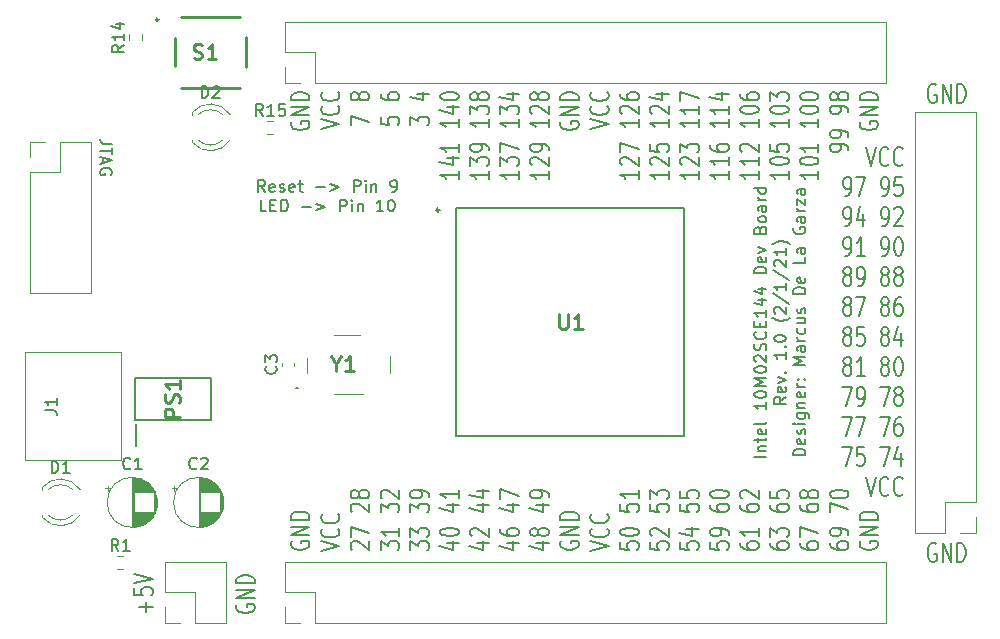
<source format=gbr>
%TF.GenerationSoftware,KiCad,Pcbnew,(5.1.9)-1*%
%TF.CreationDate,2021-02-04T20:28:27-06:00*%
%TF.ProjectId,Intel_10M02SCE144_Breakout_Board,496e7465-6c5f-4313-904d-303253434531,rev?*%
%TF.SameCoordinates,Original*%
%TF.FileFunction,Legend,Top*%
%TF.FilePolarity,Positive*%
%FSLAX46Y46*%
G04 Gerber Fmt 4.6, Leading zero omitted, Abs format (unit mm)*
G04 Created by KiCad (PCBNEW (5.1.9)-1) date 2021-02-04 20:28:27*
%MOMM*%
%LPD*%
G01*
G04 APERTURE LIST*
%ADD10C,0.150000*%
%ADD11C,0.250000*%
%ADD12C,0.200000*%
%ADD13C,0.120000*%
%ADD14C,0.254000*%
%ADD15C,0.100000*%
G04 APERTURE END LIST*
D10*
X105015571Y-124880928D02*
X105015571Y-123966642D01*
X105621285Y-124423785D02*
X104409857Y-124423785D01*
X104031285Y-122823785D02*
X104031285Y-123395214D01*
X104788428Y-123452357D01*
X104712714Y-123395214D01*
X104637000Y-123280928D01*
X104637000Y-122995214D01*
X104712714Y-122880928D01*
X104788428Y-122823785D01*
X104939857Y-122766642D01*
X105318428Y-122766642D01*
X105469857Y-122823785D01*
X105545571Y-122880928D01*
X105621285Y-122995214D01*
X105621285Y-123280928D01*
X105545571Y-123395214D01*
X105469857Y-123452357D01*
X104031285Y-122423785D02*
X105621285Y-122023785D01*
X104031285Y-121623785D01*
X112743000Y-124252357D02*
X112667285Y-124366642D01*
X112667285Y-124538071D01*
X112743000Y-124709500D01*
X112894428Y-124823785D01*
X113045857Y-124880928D01*
X113348714Y-124938071D01*
X113575857Y-124938071D01*
X113878714Y-124880928D01*
X114030142Y-124823785D01*
X114181571Y-124709500D01*
X114257285Y-124538071D01*
X114257285Y-124423785D01*
X114181571Y-124252357D01*
X114105857Y-124195214D01*
X113575857Y-124195214D01*
X113575857Y-124423785D01*
X114257285Y-123680928D02*
X112667285Y-123680928D01*
X114257285Y-122995214D01*
X112667285Y-122995214D01*
X114257285Y-122423785D02*
X112667285Y-122423785D01*
X112667285Y-122138071D01*
X112743000Y-121966642D01*
X112894428Y-121852357D01*
X113045857Y-121795214D01*
X113348714Y-121738071D01*
X113575857Y-121738071D01*
X113878714Y-121795214D01*
X114030142Y-121852357D01*
X114181571Y-121966642D01*
X114257285Y-122138071D01*
X114257285Y-122423785D01*
X171911642Y-119093000D02*
X171797357Y-119017285D01*
X171625928Y-119017285D01*
X171454500Y-119093000D01*
X171340214Y-119244428D01*
X171283071Y-119395857D01*
X171225928Y-119698714D01*
X171225928Y-119925857D01*
X171283071Y-120228714D01*
X171340214Y-120380142D01*
X171454500Y-120531571D01*
X171625928Y-120607285D01*
X171740214Y-120607285D01*
X171911642Y-120531571D01*
X171968785Y-120455857D01*
X171968785Y-119925857D01*
X171740214Y-119925857D01*
X172483071Y-120607285D02*
X172483071Y-119017285D01*
X173168785Y-120607285D01*
X173168785Y-119017285D01*
X173740214Y-120607285D02*
X173740214Y-119017285D01*
X174025928Y-119017285D01*
X174197357Y-119093000D01*
X174311642Y-119244428D01*
X174368785Y-119395857D01*
X174425928Y-119698714D01*
X174425928Y-119925857D01*
X174368785Y-120228714D01*
X174311642Y-120380142D01*
X174197357Y-120531571D01*
X174025928Y-120607285D01*
X173740214Y-120607285D01*
X171911642Y-80231000D02*
X171797357Y-80155285D01*
X171625928Y-80155285D01*
X171454500Y-80231000D01*
X171340214Y-80382428D01*
X171283071Y-80533857D01*
X171225928Y-80836714D01*
X171225928Y-81063857D01*
X171283071Y-81366714D01*
X171340214Y-81518142D01*
X171454500Y-81669571D01*
X171625928Y-81745285D01*
X171740214Y-81745285D01*
X171911642Y-81669571D01*
X171968785Y-81593857D01*
X171968785Y-81063857D01*
X171740214Y-81063857D01*
X172483071Y-81745285D02*
X172483071Y-80155285D01*
X173168785Y-81745285D01*
X173168785Y-80155285D01*
X173740214Y-81745285D02*
X173740214Y-80155285D01*
X174025928Y-80155285D01*
X174197357Y-80231000D01*
X174311642Y-80382428D01*
X174368785Y-80533857D01*
X174425928Y-80836714D01*
X174425928Y-81063857D01*
X174368785Y-81366714D01*
X174311642Y-81518142D01*
X174197357Y-81669571D01*
X174025928Y-81745285D01*
X173740214Y-81745285D01*
X115110285Y-89289380D02*
X114776952Y-88813190D01*
X114538857Y-89289380D02*
X114538857Y-88289380D01*
X114919809Y-88289380D01*
X115015047Y-88337000D01*
X115062666Y-88384619D01*
X115110285Y-88479857D01*
X115110285Y-88622714D01*
X115062666Y-88717952D01*
X115015047Y-88765571D01*
X114919809Y-88813190D01*
X114538857Y-88813190D01*
X115919809Y-89241761D02*
X115824571Y-89289380D01*
X115634095Y-89289380D01*
X115538857Y-89241761D01*
X115491238Y-89146523D01*
X115491238Y-88765571D01*
X115538857Y-88670333D01*
X115634095Y-88622714D01*
X115824571Y-88622714D01*
X115919809Y-88670333D01*
X115967428Y-88765571D01*
X115967428Y-88860809D01*
X115491238Y-88956047D01*
X116348380Y-89241761D02*
X116443619Y-89289380D01*
X116634095Y-89289380D01*
X116729333Y-89241761D01*
X116776952Y-89146523D01*
X116776952Y-89098904D01*
X116729333Y-89003666D01*
X116634095Y-88956047D01*
X116491238Y-88956047D01*
X116396000Y-88908428D01*
X116348380Y-88813190D01*
X116348380Y-88765571D01*
X116396000Y-88670333D01*
X116491238Y-88622714D01*
X116634095Y-88622714D01*
X116729333Y-88670333D01*
X117586476Y-89241761D02*
X117491238Y-89289380D01*
X117300761Y-89289380D01*
X117205523Y-89241761D01*
X117157904Y-89146523D01*
X117157904Y-88765571D01*
X117205523Y-88670333D01*
X117300761Y-88622714D01*
X117491238Y-88622714D01*
X117586476Y-88670333D01*
X117634095Y-88765571D01*
X117634095Y-88860809D01*
X117157904Y-88956047D01*
X117919809Y-88622714D02*
X118300761Y-88622714D01*
X118062666Y-88289380D02*
X118062666Y-89146523D01*
X118110285Y-89241761D01*
X118205523Y-89289380D01*
X118300761Y-89289380D01*
X119396000Y-88908428D02*
X120157904Y-88908428D01*
X120634095Y-88622714D02*
X121396000Y-88908428D01*
X120634095Y-89194142D01*
X122634095Y-89289380D02*
X122634095Y-88289380D01*
X123015047Y-88289380D01*
X123110285Y-88337000D01*
X123157904Y-88384619D01*
X123205523Y-88479857D01*
X123205523Y-88622714D01*
X123157904Y-88717952D01*
X123110285Y-88765571D01*
X123015047Y-88813190D01*
X122634095Y-88813190D01*
X123634095Y-89289380D02*
X123634095Y-88622714D01*
X123634095Y-88289380D02*
X123586476Y-88337000D01*
X123634095Y-88384619D01*
X123681714Y-88337000D01*
X123634095Y-88289380D01*
X123634095Y-88384619D01*
X124110285Y-88622714D02*
X124110285Y-89289380D01*
X124110285Y-88717952D02*
X124157904Y-88670333D01*
X124253142Y-88622714D01*
X124396000Y-88622714D01*
X124491238Y-88670333D01*
X124538857Y-88765571D01*
X124538857Y-89289380D01*
X125824571Y-89289380D02*
X126015047Y-89289380D01*
X126110285Y-89241761D01*
X126157904Y-89194142D01*
X126253142Y-89051285D01*
X126300761Y-88860809D01*
X126300761Y-88479857D01*
X126253142Y-88384619D01*
X126205523Y-88337000D01*
X126110285Y-88289380D01*
X125919809Y-88289380D01*
X125824571Y-88337000D01*
X125776952Y-88384619D01*
X125729333Y-88479857D01*
X125729333Y-88717952D01*
X125776952Y-88813190D01*
X125824571Y-88860809D01*
X125919809Y-88908428D01*
X126110285Y-88908428D01*
X126205523Y-88860809D01*
X126253142Y-88813190D01*
X126300761Y-88717952D01*
X115229333Y-90939380D02*
X114753142Y-90939380D01*
X114753142Y-89939380D01*
X115562666Y-90415571D02*
X115896000Y-90415571D01*
X116038857Y-90939380D02*
X115562666Y-90939380D01*
X115562666Y-89939380D01*
X116038857Y-89939380D01*
X116467428Y-90939380D02*
X116467428Y-89939380D01*
X116705523Y-89939380D01*
X116848380Y-89987000D01*
X116943619Y-90082238D01*
X116991238Y-90177476D01*
X117038857Y-90367952D01*
X117038857Y-90510809D01*
X116991238Y-90701285D01*
X116943619Y-90796523D01*
X116848380Y-90891761D01*
X116705523Y-90939380D01*
X116467428Y-90939380D01*
X118229333Y-90558428D02*
X118991238Y-90558428D01*
X119467428Y-90272714D02*
X120229333Y-90558428D01*
X119467428Y-90844142D01*
X121467428Y-90939380D02*
X121467428Y-89939380D01*
X121848380Y-89939380D01*
X121943619Y-89987000D01*
X121991238Y-90034619D01*
X122038857Y-90129857D01*
X122038857Y-90272714D01*
X121991238Y-90367952D01*
X121943619Y-90415571D01*
X121848380Y-90463190D01*
X121467428Y-90463190D01*
X122467428Y-90939380D02*
X122467428Y-90272714D01*
X122467428Y-89939380D02*
X122419809Y-89987000D01*
X122467428Y-90034619D01*
X122515047Y-89987000D01*
X122467428Y-89939380D01*
X122467428Y-90034619D01*
X122943619Y-90272714D02*
X122943619Y-90939380D01*
X122943619Y-90367952D02*
X122991238Y-90320333D01*
X123086476Y-90272714D01*
X123229333Y-90272714D01*
X123324571Y-90320333D01*
X123372190Y-90415571D01*
X123372190Y-90939380D01*
X125134095Y-90939380D02*
X124562666Y-90939380D01*
X124848380Y-90939380D02*
X124848380Y-89939380D01*
X124753142Y-90082238D01*
X124657904Y-90177476D01*
X124562666Y-90225095D01*
X125753142Y-89939380D02*
X125848380Y-89939380D01*
X125943619Y-89987000D01*
X125991238Y-90034619D01*
X126038857Y-90129857D01*
X126086476Y-90320333D01*
X126086476Y-90558428D01*
X126038857Y-90748904D01*
X125991238Y-90844142D01*
X125943619Y-90891761D01*
X125848380Y-90939380D01*
X125753142Y-90939380D01*
X125657904Y-90891761D01*
X125610285Y-90844142D01*
X125562666Y-90748904D01*
X125515047Y-90558428D01*
X125515047Y-90320333D01*
X125562666Y-90129857D01*
X125610285Y-90034619D01*
X125657904Y-89987000D01*
X125753142Y-89939380D01*
X102147619Y-85193333D02*
X101433333Y-85193333D01*
X101290476Y-85145714D01*
X101195238Y-85050476D01*
X101147619Y-84907619D01*
X101147619Y-84812380D01*
X102147619Y-85526666D02*
X102147619Y-86098095D01*
X101147619Y-85812380D02*
X102147619Y-85812380D01*
X101433333Y-86383809D02*
X101433333Y-86860000D01*
X101147619Y-86288571D02*
X102147619Y-86621904D01*
X101147619Y-86955238D01*
X102100000Y-87812380D02*
X102147619Y-87717142D01*
X102147619Y-87574285D01*
X102100000Y-87431428D01*
X102004761Y-87336190D01*
X101909523Y-87288571D01*
X101719047Y-87240952D01*
X101576190Y-87240952D01*
X101385714Y-87288571D01*
X101290476Y-87336190D01*
X101195238Y-87431428D01*
X101147619Y-87574285D01*
X101147619Y-87669523D01*
X101195238Y-87812380D01*
X101242857Y-87860000D01*
X101576190Y-87860000D01*
X101576190Y-87669523D01*
X157552380Y-111710952D02*
X156552380Y-111710952D01*
X156885714Y-111234761D02*
X157552380Y-111234761D01*
X156980952Y-111234761D02*
X156933333Y-111187142D01*
X156885714Y-111091904D01*
X156885714Y-110949047D01*
X156933333Y-110853809D01*
X157028571Y-110806190D01*
X157552380Y-110806190D01*
X156885714Y-110472857D02*
X156885714Y-110091904D01*
X156552380Y-110330000D02*
X157409523Y-110330000D01*
X157504761Y-110282380D01*
X157552380Y-110187142D01*
X157552380Y-110091904D01*
X157504761Y-109377619D02*
X157552380Y-109472857D01*
X157552380Y-109663333D01*
X157504761Y-109758571D01*
X157409523Y-109806190D01*
X157028571Y-109806190D01*
X156933333Y-109758571D01*
X156885714Y-109663333D01*
X156885714Y-109472857D01*
X156933333Y-109377619D01*
X157028571Y-109330000D01*
X157123809Y-109330000D01*
X157219047Y-109806190D01*
X157552380Y-108758571D02*
X157504761Y-108853809D01*
X157409523Y-108901428D01*
X156552380Y-108901428D01*
X157552380Y-107091904D02*
X157552380Y-107663333D01*
X157552380Y-107377619D02*
X156552380Y-107377619D01*
X156695238Y-107472857D01*
X156790476Y-107568095D01*
X156838095Y-107663333D01*
X156552380Y-106472857D02*
X156552380Y-106377619D01*
X156600000Y-106282380D01*
X156647619Y-106234761D01*
X156742857Y-106187142D01*
X156933333Y-106139523D01*
X157171428Y-106139523D01*
X157361904Y-106187142D01*
X157457142Y-106234761D01*
X157504761Y-106282380D01*
X157552380Y-106377619D01*
X157552380Y-106472857D01*
X157504761Y-106568095D01*
X157457142Y-106615714D01*
X157361904Y-106663333D01*
X157171428Y-106710952D01*
X156933333Y-106710952D01*
X156742857Y-106663333D01*
X156647619Y-106615714D01*
X156600000Y-106568095D01*
X156552380Y-106472857D01*
X157552380Y-105710952D02*
X156552380Y-105710952D01*
X157266666Y-105377619D01*
X156552380Y-105044285D01*
X157552380Y-105044285D01*
X156552380Y-104377619D02*
X156552380Y-104282380D01*
X156600000Y-104187142D01*
X156647619Y-104139523D01*
X156742857Y-104091904D01*
X156933333Y-104044285D01*
X157171428Y-104044285D01*
X157361904Y-104091904D01*
X157457142Y-104139523D01*
X157504761Y-104187142D01*
X157552380Y-104282380D01*
X157552380Y-104377619D01*
X157504761Y-104472857D01*
X157457142Y-104520476D01*
X157361904Y-104568095D01*
X157171428Y-104615714D01*
X156933333Y-104615714D01*
X156742857Y-104568095D01*
X156647619Y-104520476D01*
X156600000Y-104472857D01*
X156552380Y-104377619D01*
X156647619Y-103663333D02*
X156600000Y-103615714D01*
X156552380Y-103520476D01*
X156552380Y-103282380D01*
X156600000Y-103187142D01*
X156647619Y-103139523D01*
X156742857Y-103091904D01*
X156838095Y-103091904D01*
X156980952Y-103139523D01*
X157552380Y-103710952D01*
X157552380Y-103091904D01*
X157504761Y-102710952D02*
X157552380Y-102568095D01*
X157552380Y-102330000D01*
X157504761Y-102234761D01*
X157457142Y-102187142D01*
X157361904Y-102139523D01*
X157266666Y-102139523D01*
X157171428Y-102187142D01*
X157123809Y-102234761D01*
X157076190Y-102330000D01*
X157028571Y-102520476D01*
X156980952Y-102615714D01*
X156933333Y-102663333D01*
X156838095Y-102710952D01*
X156742857Y-102710952D01*
X156647619Y-102663333D01*
X156600000Y-102615714D01*
X156552380Y-102520476D01*
X156552380Y-102282380D01*
X156600000Y-102139523D01*
X157457142Y-101139523D02*
X157504761Y-101187142D01*
X157552380Y-101330000D01*
X157552380Y-101425238D01*
X157504761Y-101568095D01*
X157409523Y-101663333D01*
X157314285Y-101710952D01*
X157123809Y-101758571D01*
X156980952Y-101758571D01*
X156790476Y-101710952D01*
X156695238Y-101663333D01*
X156600000Y-101568095D01*
X156552380Y-101425238D01*
X156552380Y-101330000D01*
X156600000Y-101187142D01*
X156647619Y-101139523D01*
X157028571Y-100710952D02*
X157028571Y-100377619D01*
X157552380Y-100234761D02*
X157552380Y-100710952D01*
X156552380Y-100710952D01*
X156552380Y-100234761D01*
X157552380Y-99282380D02*
X157552380Y-99853809D01*
X157552380Y-99568095D02*
X156552380Y-99568095D01*
X156695238Y-99663333D01*
X156790476Y-99758571D01*
X156838095Y-99853809D01*
X156885714Y-98425238D02*
X157552380Y-98425238D01*
X156504761Y-98663333D02*
X157219047Y-98901428D01*
X157219047Y-98282380D01*
X156885714Y-97472857D02*
X157552380Y-97472857D01*
X156504761Y-97710952D02*
X157219047Y-97949047D01*
X157219047Y-97330000D01*
X157552380Y-96187142D02*
X156552380Y-96187142D01*
X156552380Y-95949047D01*
X156600000Y-95806190D01*
X156695238Y-95710952D01*
X156790476Y-95663333D01*
X156980952Y-95615714D01*
X157123809Y-95615714D01*
X157314285Y-95663333D01*
X157409523Y-95710952D01*
X157504761Y-95806190D01*
X157552380Y-95949047D01*
X157552380Y-96187142D01*
X157504761Y-94806190D02*
X157552380Y-94901428D01*
X157552380Y-95091904D01*
X157504761Y-95187142D01*
X157409523Y-95234761D01*
X157028571Y-95234761D01*
X156933333Y-95187142D01*
X156885714Y-95091904D01*
X156885714Y-94901428D01*
X156933333Y-94806190D01*
X157028571Y-94758571D01*
X157123809Y-94758571D01*
X157219047Y-95234761D01*
X156885714Y-94425238D02*
X157552380Y-94187142D01*
X156885714Y-93949047D01*
X157028571Y-92472857D02*
X157076190Y-92330000D01*
X157123809Y-92282380D01*
X157219047Y-92234761D01*
X157361904Y-92234761D01*
X157457142Y-92282380D01*
X157504761Y-92330000D01*
X157552380Y-92425238D01*
X157552380Y-92806190D01*
X156552380Y-92806190D01*
X156552380Y-92472857D01*
X156600000Y-92377619D01*
X156647619Y-92330000D01*
X156742857Y-92282380D01*
X156838095Y-92282380D01*
X156933333Y-92330000D01*
X156980952Y-92377619D01*
X157028571Y-92472857D01*
X157028571Y-92806190D01*
X157552380Y-91663333D02*
X157504761Y-91758571D01*
X157457142Y-91806190D01*
X157361904Y-91853809D01*
X157076190Y-91853809D01*
X156980952Y-91806190D01*
X156933333Y-91758571D01*
X156885714Y-91663333D01*
X156885714Y-91520476D01*
X156933333Y-91425238D01*
X156980952Y-91377619D01*
X157076190Y-91330000D01*
X157361904Y-91330000D01*
X157457142Y-91377619D01*
X157504761Y-91425238D01*
X157552380Y-91520476D01*
X157552380Y-91663333D01*
X157552380Y-90472857D02*
X157028571Y-90472857D01*
X156933333Y-90520476D01*
X156885714Y-90615714D01*
X156885714Y-90806190D01*
X156933333Y-90901428D01*
X157504761Y-90472857D02*
X157552380Y-90568095D01*
X157552380Y-90806190D01*
X157504761Y-90901428D01*
X157409523Y-90949047D01*
X157314285Y-90949047D01*
X157219047Y-90901428D01*
X157171428Y-90806190D01*
X157171428Y-90568095D01*
X157123809Y-90472857D01*
X157552380Y-89996666D02*
X156885714Y-89996666D01*
X157076190Y-89996666D02*
X156980952Y-89949047D01*
X156933333Y-89901428D01*
X156885714Y-89806190D01*
X156885714Y-89710952D01*
X157552380Y-88949047D02*
X156552380Y-88949047D01*
X157504761Y-88949047D02*
X157552380Y-89044285D01*
X157552380Y-89234761D01*
X157504761Y-89330000D01*
X157457142Y-89377619D01*
X157361904Y-89425238D01*
X157076190Y-89425238D01*
X156980952Y-89377619D01*
X156933333Y-89330000D01*
X156885714Y-89234761D01*
X156885714Y-89044285D01*
X156933333Y-88949047D01*
X159202380Y-106639523D02*
X158726190Y-106972857D01*
X159202380Y-107210952D02*
X158202380Y-107210952D01*
X158202380Y-106830000D01*
X158250000Y-106734761D01*
X158297619Y-106687142D01*
X158392857Y-106639523D01*
X158535714Y-106639523D01*
X158630952Y-106687142D01*
X158678571Y-106734761D01*
X158726190Y-106830000D01*
X158726190Y-107210952D01*
X159154761Y-105830000D02*
X159202380Y-105925238D01*
X159202380Y-106115714D01*
X159154761Y-106210952D01*
X159059523Y-106258571D01*
X158678571Y-106258571D01*
X158583333Y-106210952D01*
X158535714Y-106115714D01*
X158535714Y-105925238D01*
X158583333Y-105830000D01*
X158678571Y-105782380D01*
X158773809Y-105782380D01*
X158869047Y-106258571D01*
X158535714Y-105449047D02*
X159202380Y-105210952D01*
X158535714Y-104972857D01*
X159107142Y-104591904D02*
X159154761Y-104544285D01*
X159202380Y-104591904D01*
X159154761Y-104639523D01*
X159107142Y-104591904D01*
X159202380Y-104591904D01*
X159202380Y-102830000D02*
X159202380Y-103401428D01*
X159202380Y-103115714D02*
X158202380Y-103115714D01*
X158345238Y-103210952D01*
X158440476Y-103306190D01*
X158488095Y-103401428D01*
X159107142Y-102401428D02*
X159154761Y-102353809D01*
X159202380Y-102401428D01*
X159154761Y-102449047D01*
X159107142Y-102401428D01*
X159202380Y-102401428D01*
X158202380Y-101734761D02*
X158202380Y-101639523D01*
X158250000Y-101544285D01*
X158297619Y-101496666D01*
X158392857Y-101449047D01*
X158583333Y-101401428D01*
X158821428Y-101401428D01*
X159011904Y-101449047D01*
X159107142Y-101496666D01*
X159154761Y-101544285D01*
X159202380Y-101639523D01*
X159202380Y-101734761D01*
X159154761Y-101830000D01*
X159107142Y-101877619D01*
X159011904Y-101925238D01*
X158821428Y-101972857D01*
X158583333Y-101972857D01*
X158392857Y-101925238D01*
X158297619Y-101877619D01*
X158250000Y-101830000D01*
X158202380Y-101734761D01*
X159583333Y-99925238D02*
X159535714Y-99972857D01*
X159392857Y-100068095D01*
X159297619Y-100115714D01*
X159154761Y-100163333D01*
X158916666Y-100210952D01*
X158726190Y-100210952D01*
X158488095Y-100163333D01*
X158345238Y-100115714D01*
X158250000Y-100068095D01*
X158107142Y-99972857D01*
X158059523Y-99925238D01*
X158297619Y-99591904D02*
X158250000Y-99544285D01*
X158202380Y-99449047D01*
X158202380Y-99210952D01*
X158250000Y-99115714D01*
X158297619Y-99068095D01*
X158392857Y-99020476D01*
X158488095Y-99020476D01*
X158630952Y-99068095D01*
X159202380Y-99639523D01*
X159202380Y-99020476D01*
X158154761Y-97877619D02*
X159440476Y-98734761D01*
X159202380Y-97020476D02*
X159202380Y-97591904D01*
X159202380Y-97306190D02*
X158202380Y-97306190D01*
X158345238Y-97401428D01*
X158440476Y-97496666D01*
X158488095Y-97591904D01*
X158154761Y-95877619D02*
X159440476Y-96734761D01*
X158297619Y-95591904D02*
X158250000Y-95544285D01*
X158202380Y-95449047D01*
X158202380Y-95210952D01*
X158250000Y-95115714D01*
X158297619Y-95068095D01*
X158392857Y-95020476D01*
X158488095Y-95020476D01*
X158630952Y-95068095D01*
X159202380Y-95639523D01*
X159202380Y-95020476D01*
X159202380Y-94068095D02*
X159202380Y-94639523D01*
X159202380Y-94353809D02*
X158202380Y-94353809D01*
X158345238Y-94449047D01*
X158440476Y-94544285D01*
X158488095Y-94639523D01*
X159583333Y-93734761D02*
X159535714Y-93687142D01*
X159392857Y-93591904D01*
X159297619Y-93544285D01*
X159154761Y-93496666D01*
X158916666Y-93449047D01*
X158726190Y-93449047D01*
X158488095Y-93496666D01*
X158345238Y-93544285D01*
X158250000Y-93591904D01*
X158107142Y-93687142D01*
X158059523Y-93734761D01*
X160852380Y-111591904D02*
X159852380Y-111591904D01*
X159852380Y-111353809D01*
X159900000Y-111210952D01*
X159995238Y-111115714D01*
X160090476Y-111068095D01*
X160280952Y-111020476D01*
X160423809Y-111020476D01*
X160614285Y-111068095D01*
X160709523Y-111115714D01*
X160804761Y-111210952D01*
X160852380Y-111353809D01*
X160852380Y-111591904D01*
X160804761Y-110210952D02*
X160852380Y-110306190D01*
X160852380Y-110496666D01*
X160804761Y-110591904D01*
X160709523Y-110639523D01*
X160328571Y-110639523D01*
X160233333Y-110591904D01*
X160185714Y-110496666D01*
X160185714Y-110306190D01*
X160233333Y-110210952D01*
X160328571Y-110163333D01*
X160423809Y-110163333D01*
X160519047Y-110639523D01*
X160804761Y-109782380D02*
X160852380Y-109687142D01*
X160852380Y-109496666D01*
X160804761Y-109401428D01*
X160709523Y-109353809D01*
X160661904Y-109353809D01*
X160566666Y-109401428D01*
X160519047Y-109496666D01*
X160519047Y-109639523D01*
X160471428Y-109734761D01*
X160376190Y-109782380D01*
X160328571Y-109782380D01*
X160233333Y-109734761D01*
X160185714Y-109639523D01*
X160185714Y-109496666D01*
X160233333Y-109401428D01*
X160852380Y-108925238D02*
X160185714Y-108925238D01*
X159852380Y-108925238D02*
X159900000Y-108972857D01*
X159947619Y-108925238D01*
X159900000Y-108877619D01*
X159852380Y-108925238D01*
X159947619Y-108925238D01*
X160185714Y-108020476D02*
X160995238Y-108020476D01*
X161090476Y-108068095D01*
X161138095Y-108115714D01*
X161185714Y-108210952D01*
X161185714Y-108353809D01*
X161138095Y-108449047D01*
X160804761Y-108020476D02*
X160852380Y-108115714D01*
X160852380Y-108306190D01*
X160804761Y-108401428D01*
X160757142Y-108449047D01*
X160661904Y-108496666D01*
X160376190Y-108496666D01*
X160280952Y-108449047D01*
X160233333Y-108401428D01*
X160185714Y-108306190D01*
X160185714Y-108115714D01*
X160233333Y-108020476D01*
X160185714Y-107544285D02*
X160852380Y-107544285D01*
X160280952Y-107544285D02*
X160233333Y-107496666D01*
X160185714Y-107401428D01*
X160185714Y-107258571D01*
X160233333Y-107163333D01*
X160328571Y-107115714D01*
X160852380Y-107115714D01*
X160804761Y-106258571D02*
X160852380Y-106353809D01*
X160852380Y-106544285D01*
X160804761Y-106639523D01*
X160709523Y-106687142D01*
X160328571Y-106687142D01*
X160233333Y-106639523D01*
X160185714Y-106544285D01*
X160185714Y-106353809D01*
X160233333Y-106258571D01*
X160328571Y-106210952D01*
X160423809Y-106210952D01*
X160519047Y-106687142D01*
X160852380Y-105782380D02*
X160185714Y-105782380D01*
X160376190Y-105782380D02*
X160280952Y-105734761D01*
X160233333Y-105687142D01*
X160185714Y-105591904D01*
X160185714Y-105496666D01*
X160757142Y-105163333D02*
X160804761Y-105115714D01*
X160852380Y-105163333D01*
X160804761Y-105210952D01*
X160757142Y-105163333D01*
X160852380Y-105163333D01*
X160233333Y-105163333D02*
X160280952Y-105115714D01*
X160328571Y-105163333D01*
X160280952Y-105210952D01*
X160233333Y-105163333D01*
X160328571Y-105163333D01*
X160852380Y-103925238D02*
X159852380Y-103925238D01*
X160566666Y-103591904D01*
X159852380Y-103258571D01*
X160852380Y-103258571D01*
X160852380Y-102353809D02*
X160328571Y-102353809D01*
X160233333Y-102401428D01*
X160185714Y-102496666D01*
X160185714Y-102687142D01*
X160233333Y-102782380D01*
X160804761Y-102353809D02*
X160852380Y-102449047D01*
X160852380Y-102687142D01*
X160804761Y-102782380D01*
X160709523Y-102830000D01*
X160614285Y-102830000D01*
X160519047Y-102782380D01*
X160471428Y-102687142D01*
X160471428Y-102449047D01*
X160423809Y-102353809D01*
X160852380Y-101877619D02*
X160185714Y-101877619D01*
X160376190Y-101877619D02*
X160280952Y-101830000D01*
X160233333Y-101782380D01*
X160185714Y-101687142D01*
X160185714Y-101591904D01*
X160804761Y-100830000D02*
X160852380Y-100925238D01*
X160852380Y-101115714D01*
X160804761Y-101210952D01*
X160757142Y-101258571D01*
X160661904Y-101306190D01*
X160376190Y-101306190D01*
X160280952Y-101258571D01*
X160233333Y-101210952D01*
X160185714Y-101115714D01*
X160185714Y-100925238D01*
X160233333Y-100830000D01*
X160185714Y-99972857D02*
X160852380Y-99972857D01*
X160185714Y-100401428D02*
X160709523Y-100401428D01*
X160804761Y-100353809D01*
X160852380Y-100258571D01*
X160852380Y-100115714D01*
X160804761Y-100020476D01*
X160757142Y-99972857D01*
X160804761Y-99544285D02*
X160852380Y-99449047D01*
X160852380Y-99258571D01*
X160804761Y-99163333D01*
X160709523Y-99115714D01*
X160661904Y-99115714D01*
X160566666Y-99163333D01*
X160519047Y-99258571D01*
X160519047Y-99401428D01*
X160471428Y-99496666D01*
X160376190Y-99544285D01*
X160328571Y-99544285D01*
X160233333Y-99496666D01*
X160185714Y-99401428D01*
X160185714Y-99258571D01*
X160233333Y-99163333D01*
X160852380Y-97925238D02*
X159852380Y-97925238D01*
X159852380Y-97687142D01*
X159900000Y-97544285D01*
X159995238Y-97449047D01*
X160090476Y-97401428D01*
X160280952Y-97353809D01*
X160423809Y-97353809D01*
X160614285Y-97401428D01*
X160709523Y-97449047D01*
X160804761Y-97544285D01*
X160852380Y-97687142D01*
X160852380Y-97925238D01*
X160804761Y-96544285D02*
X160852380Y-96639523D01*
X160852380Y-96830000D01*
X160804761Y-96925238D01*
X160709523Y-96972857D01*
X160328571Y-96972857D01*
X160233333Y-96925238D01*
X160185714Y-96830000D01*
X160185714Y-96639523D01*
X160233333Y-96544285D01*
X160328571Y-96496666D01*
X160423809Y-96496666D01*
X160519047Y-96972857D01*
X160852380Y-94830000D02*
X160852380Y-95306190D01*
X159852380Y-95306190D01*
X160852380Y-94068095D02*
X160328571Y-94068095D01*
X160233333Y-94115714D01*
X160185714Y-94210952D01*
X160185714Y-94401428D01*
X160233333Y-94496666D01*
X160804761Y-94068095D02*
X160852380Y-94163333D01*
X160852380Y-94401428D01*
X160804761Y-94496666D01*
X160709523Y-94544285D01*
X160614285Y-94544285D01*
X160519047Y-94496666D01*
X160471428Y-94401428D01*
X160471428Y-94163333D01*
X160423809Y-94068095D01*
X159900000Y-92306190D02*
X159852380Y-92401428D01*
X159852380Y-92544285D01*
X159900000Y-92687142D01*
X159995238Y-92782380D01*
X160090476Y-92830000D01*
X160280952Y-92877619D01*
X160423809Y-92877619D01*
X160614285Y-92830000D01*
X160709523Y-92782380D01*
X160804761Y-92687142D01*
X160852380Y-92544285D01*
X160852380Y-92449047D01*
X160804761Y-92306190D01*
X160757142Y-92258571D01*
X160423809Y-92258571D01*
X160423809Y-92449047D01*
X160852380Y-91401428D02*
X160328571Y-91401428D01*
X160233333Y-91449047D01*
X160185714Y-91544285D01*
X160185714Y-91734761D01*
X160233333Y-91830000D01*
X160804761Y-91401428D02*
X160852380Y-91496666D01*
X160852380Y-91734761D01*
X160804761Y-91830000D01*
X160709523Y-91877619D01*
X160614285Y-91877619D01*
X160519047Y-91830000D01*
X160471428Y-91734761D01*
X160471428Y-91496666D01*
X160423809Y-91401428D01*
X160852380Y-90925238D02*
X160185714Y-90925238D01*
X160376190Y-90925238D02*
X160280952Y-90877619D01*
X160233333Y-90830000D01*
X160185714Y-90734761D01*
X160185714Y-90639523D01*
X160185714Y-90401428D02*
X160185714Y-89877619D01*
X160852380Y-90401428D01*
X160852380Y-89877619D01*
X160852380Y-89068095D02*
X160328571Y-89068095D01*
X160233333Y-89115714D01*
X160185714Y-89210952D01*
X160185714Y-89401428D01*
X160233333Y-89496666D01*
X160804761Y-89068095D02*
X160852380Y-89163333D01*
X160852380Y-89401428D01*
X160804761Y-89496666D01*
X160709523Y-89544285D01*
X160614285Y-89544285D01*
X160519047Y-89496666D01*
X160471428Y-89401428D01*
X160471428Y-89163333D01*
X160423809Y-89068095D01*
X166006214Y-85516785D02*
X166406214Y-87106785D01*
X166806214Y-85516785D01*
X167891928Y-86955357D02*
X167834785Y-87031071D01*
X167663357Y-87106785D01*
X167549071Y-87106785D01*
X167377642Y-87031071D01*
X167263357Y-86879642D01*
X167206214Y-86728214D01*
X167149071Y-86425357D01*
X167149071Y-86198214D01*
X167206214Y-85895357D01*
X167263357Y-85743928D01*
X167377642Y-85592500D01*
X167549071Y-85516785D01*
X167663357Y-85516785D01*
X167834785Y-85592500D01*
X167891928Y-85668214D01*
X169091928Y-86955357D02*
X169034785Y-87031071D01*
X168863357Y-87106785D01*
X168749071Y-87106785D01*
X168577642Y-87031071D01*
X168463357Y-86879642D01*
X168406214Y-86728214D01*
X168349071Y-86425357D01*
X168349071Y-86198214D01*
X168406214Y-85895357D01*
X168463357Y-85743928D01*
X168577642Y-85592500D01*
X168749071Y-85516785D01*
X168863357Y-85516785D01*
X169034785Y-85592500D01*
X169091928Y-85668214D01*
X164177642Y-89641785D02*
X164406214Y-89641785D01*
X164520500Y-89566071D01*
X164577642Y-89490357D01*
X164691928Y-89263214D01*
X164749071Y-88960357D01*
X164749071Y-88354642D01*
X164691928Y-88203214D01*
X164634785Y-88127500D01*
X164520500Y-88051785D01*
X164291928Y-88051785D01*
X164177642Y-88127500D01*
X164120500Y-88203214D01*
X164063357Y-88354642D01*
X164063357Y-88733214D01*
X164120500Y-88884642D01*
X164177642Y-88960357D01*
X164291928Y-89036071D01*
X164520500Y-89036071D01*
X164634785Y-88960357D01*
X164691928Y-88884642D01*
X164749071Y-88733214D01*
X165149071Y-88051785D02*
X165949071Y-88051785D01*
X165434785Y-89641785D01*
X167377642Y-89641785D02*
X167606214Y-89641785D01*
X167720500Y-89566071D01*
X167777642Y-89490357D01*
X167891928Y-89263214D01*
X167949071Y-88960357D01*
X167949071Y-88354642D01*
X167891928Y-88203214D01*
X167834785Y-88127500D01*
X167720500Y-88051785D01*
X167491928Y-88051785D01*
X167377642Y-88127500D01*
X167320500Y-88203214D01*
X167263357Y-88354642D01*
X167263357Y-88733214D01*
X167320500Y-88884642D01*
X167377642Y-88960357D01*
X167491928Y-89036071D01*
X167720500Y-89036071D01*
X167834785Y-88960357D01*
X167891928Y-88884642D01*
X167949071Y-88733214D01*
X169034785Y-88051785D02*
X168463357Y-88051785D01*
X168406214Y-88808928D01*
X168463357Y-88733214D01*
X168577642Y-88657500D01*
X168863357Y-88657500D01*
X168977642Y-88733214D01*
X169034785Y-88808928D01*
X169091928Y-88960357D01*
X169091928Y-89338928D01*
X169034785Y-89490357D01*
X168977642Y-89566071D01*
X168863357Y-89641785D01*
X168577642Y-89641785D01*
X168463357Y-89566071D01*
X168406214Y-89490357D01*
X164177642Y-92176785D02*
X164406214Y-92176785D01*
X164520500Y-92101071D01*
X164577642Y-92025357D01*
X164691928Y-91798214D01*
X164749071Y-91495357D01*
X164749071Y-90889642D01*
X164691928Y-90738214D01*
X164634785Y-90662500D01*
X164520500Y-90586785D01*
X164291928Y-90586785D01*
X164177642Y-90662500D01*
X164120500Y-90738214D01*
X164063357Y-90889642D01*
X164063357Y-91268214D01*
X164120500Y-91419642D01*
X164177642Y-91495357D01*
X164291928Y-91571071D01*
X164520500Y-91571071D01*
X164634785Y-91495357D01*
X164691928Y-91419642D01*
X164749071Y-91268214D01*
X165777642Y-91116785D02*
X165777642Y-92176785D01*
X165491928Y-90511071D02*
X165206214Y-91646785D01*
X165949071Y-91646785D01*
X167377642Y-92176785D02*
X167606214Y-92176785D01*
X167720500Y-92101071D01*
X167777642Y-92025357D01*
X167891928Y-91798214D01*
X167949071Y-91495357D01*
X167949071Y-90889642D01*
X167891928Y-90738214D01*
X167834785Y-90662500D01*
X167720500Y-90586785D01*
X167491928Y-90586785D01*
X167377642Y-90662500D01*
X167320500Y-90738214D01*
X167263357Y-90889642D01*
X167263357Y-91268214D01*
X167320500Y-91419642D01*
X167377642Y-91495357D01*
X167491928Y-91571071D01*
X167720500Y-91571071D01*
X167834785Y-91495357D01*
X167891928Y-91419642D01*
X167949071Y-91268214D01*
X168406214Y-90738214D02*
X168463357Y-90662500D01*
X168577642Y-90586785D01*
X168863357Y-90586785D01*
X168977642Y-90662500D01*
X169034785Y-90738214D01*
X169091928Y-90889642D01*
X169091928Y-91041071D01*
X169034785Y-91268214D01*
X168349071Y-92176785D01*
X169091928Y-92176785D01*
X164177642Y-94711785D02*
X164406214Y-94711785D01*
X164520500Y-94636071D01*
X164577642Y-94560357D01*
X164691928Y-94333214D01*
X164749071Y-94030357D01*
X164749071Y-93424642D01*
X164691928Y-93273214D01*
X164634785Y-93197500D01*
X164520500Y-93121785D01*
X164291928Y-93121785D01*
X164177642Y-93197500D01*
X164120500Y-93273214D01*
X164063357Y-93424642D01*
X164063357Y-93803214D01*
X164120500Y-93954642D01*
X164177642Y-94030357D01*
X164291928Y-94106071D01*
X164520500Y-94106071D01*
X164634785Y-94030357D01*
X164691928Y-93954642D01*
X164749071Y-93803214D01*
X165891928Y-94711785D02*
X165206214Y-94711785D01*
X165549071Y-94711785D02*
X165549071Y-93121785D01*
X165434785Y-93348928D01*
X165320500Y-93500357D01*
X165206214Y-93576071D01*
X167377642Y-94711785D02*
X167606214Y-94711785D01*
X167720500Y-94636071D01*
X167777642Y-94560357D01*
X167891928Y-94333214D01*
X167949071Y-94030357D01*
X167949071Y-93424642D01*
X167891928Y-93273214D01*
X167834785Y-93197500D01*
X167720500Y-93121785D01*
X167491928Y-93121785D01*
X167377642Y-93197500D01*
X167320500Y-93273214D01*
X167263357Y-93424642D01*
X167263357Y-93803214D01*
X167320500Y-93954642D01*
X167377642Y-94030357D01*
X167491928Y-94106071D01*
X167720500Y-94106071D01*
X167834785Y-94030357D01*
X167891928Y-93954642D01*
X167949071Y-93803214D01*
X168691928Y-93121785D02*
X168806214Y-93121785D01*
X168920500Y-93197500D01*
X168977642Y-93273214D01*
X169034785Y-93424642D01*
X169091928Y-93727500D01*
X169091928Y-94106071D01*
X169034785Y-94408928D01*
X168977642Y-94560357D01*
X168920500Y-94636071D01*
X168806214Y-94711785D01*
X168691928Y-94711785D01*
X168577642Y-94636071D01*
X168520500Y-94560357D01*
X168463357Y-94408928D01*
X168406214Y-94106071D01*
X168406214Y-93727500D01*
X168463357Y-93424642D01*
X168520500Y-93273214D01*
X168577642Y-93197500D01*
X168691928Y-93121785D01*
X164291928Y-96338214D02*
X164177642Y-96262500D01*
X164120500Y-96186785D01*
X164063357Y-96035357D01*
X164063357Y-95959642D01*
X164120500Y-95808214D01*
X164177642Y-95732500D01*
X164291928Y-95656785D01*
X164520500Y-95656785D01*
X164634785Y-95732500D01*
X164691928Y-95808214D01*
X164749071Y-95959642D01*
X164749071Y-96035357D01*
X164691928Y-96186785D01*
X164634785Y-96262500D01*
X164520500Y-96338214D01*
X164291928Y-96338214D01*
X164177642Y-96413928D01*
X164120500Y-96489642D01*
X164063357Y-96641071D01*
X164063357Y-96943928D01*
X164120500Y-97095357D01*
X164177642Y-97171071D01*
X164291928Y-97246785D01*
X164520500Y-97246785D01*
X164634785Y-97171071D01*
X164691928Y-97095357D01*
X164749071Y-96943928D01*
X164749071Y-96641071D01*
X164691928Y-96489642D01*
X164634785Y-96413928D01*
X164520500Y-96338214D01*
X165320500Y-97246785D02*
X165549071Y-97246785D01*
X165663357Y-97171071D01*
X165720500Y-97095357D01*
X165834785Y-96868214D01*
X165891928Y-96565357D01*
X165891928Y-95959642D01*
X165834785Y-95808214D01*
X165777642Y-95732500D01*
X165663357Y-95656785D01*
X165434785Y-95656785D01*
X165320500Y-95732500D01*
X165263357Y-95808214D01*
X165206214Y-95959642D01*
X165206214Y-96338214D01*
X165263357Y-96489642D01*
X165320500Y-96565357D01*
X165434785Y-96641071D01*
X165663357Y-96641071D01*
X165777642Y-96565357D01*
X165834785Y-96489642D01*
X165891928Y-96338214D01*
X167491928Y-96338214D02*
X167377642Y-96262500D01*
X167320500Y-96186785D01*
X167263357Y-96035357D01*
X167263357Y-95959642D01*
X167320500Y-95808214D01*
X167377642Y-95732500D01*
X167491928Y-95656785D01*
X167720500Y-95656785D01*
X167834785Y-95732500D01*
X167891928Y-95808214D01*
X167949071Y-95959642D01*
X167949071Y-96035357D01*
X167891928Y-96186785D01*
X167834785Y-96262500D01*
X167720500Y-96338214D01*
X167491928Y-96338214D01*
X167377642Y-96413928D01*
X167320500Y-96489642D01*
X167263357Y-96641071D01*
X167263357Y-96943928D01*
X167320500Y-97095357D01*
X167377642Y-97171071D01*
X167491928Y-97246785D01*
X167720500Y-97246785D01*
X167834785Y-97171071D01*
X167891928Y-97095357D01*
X167949071Y-96943928D01*
X167949071Y-96641071D01*
X167891928Y-96489642D01*
X167834785Y-96413928D01*
X167720500Y-96338214D01*
X168634785Y-96338214D02*
X168520500Y-96262500D01*
X168463357Y-96186785D01*
X168406214Y-96035357D01*
X168406214Y-95959642D01*
X168463357Y-95808214D01*
X168520500Y-95732500D01*
X168634785Y-95656785D01*
X168863357Y-95656785D01*
X168977642Y-95732500D01*
X169034785Y-95808214D01*
X169091928Y-95959642D01*
X169091928Y-96035357D01*
X169034785Y-96186785D01*
X168977642Y-96262500D01*
X168863357Y-96338214D01*
X168634785Y-96338214D01*
X168520500Y-96413928D01*
X168463357Y-96489642D01*
X168406214Y-96641071D01*
X168406214Y-96943928D01*
X168463357Y-97095357D01*
X168520500Y-97171071D01*
X168634785Y-97246785D01*
X168863357Y-97246785D01*
X168977642Y-97171071D01*
X169034785Y-97095357D01*
X169091928Y-96943928D01*
X169091928Y-96641071D01*
X169034785Y-96489642D01*
X168977642Y-96413928D01*
X168863357Y-96338214D01*
X164291928Y-98873214D02*
X164177642Y-98797500D01*
X164120500Y-98721785D01*
X164063357Y-98570357D01*
X164063357Y-98494642D01*
X164120500Y-98343214D01*
X164177642Y-98267500D01*
X164291928Y-98191785D01*
X164520500Y-98191785D01*
X164634785Y-98267500D01*
X164691928Y-98343214D01*
X164749071Y-98494642D01*
X164749071Y-98570357D01*
X164691928Y-98721785D01*
X164634785Y-98797500D01*
X164520500Y-98873214D01*
X164291928Y-98873214D01*
X164177642Y-98948928D01*
X164120500Y-99024642D01*
X164063357Y-99176071D01*
X164063357Y-99478928D01*
X164120500Y-99630357D01*
X164177642Y-99706071D01*
X164291928Y-99781785D01*
X164520500Y-99781785D01*
X164634785Y-99706071D01*
X164691928Y-99630357D01*
X164749071Y-99478928D01*
X164749071Y-99176071D01*
X164691928Y-99024642D01*
X164634785Y-98948928D01*
X164520500Y-98873214D01*
X165149071Y-98191785D02*
X165949071Y-98191785D01*
X165434785Y-99781785D01*
X167491928Y-98873214D02*
X167377642Y-98797500D01*
X167320500Y-98721785D01*
X167263357Y-98570357D01*
X167263357Y-98494642D01*
X167320500Y-98343214D01*
X167377642Y-98267500D01*
X167491928Y-98191785D01*
X167720500Y-98191785D01*
X167834785Y-98267500D01*
X167891928Y-98343214D01*
X167949071Y-98494642D01*
X167949071Y-98570357D01*
X167891928Y-98721785D01*
X167834785Y-98797500D01*
X167720500Y-98873214D01*
X167491928Y-98873214D01*
X167377642Y-98948928D01*
X167320500Y-99024642D01*
X167263357Y-99176071D01*
X167263357Y-99478928D01*
X167320500Y-99630357D01*
X167377642Y-99706071D01*
X167491928Y-99781785D01*
X167720500Y-99781785D01*
X167834785Y-99706071D01*
X167891928Y-99630357D01*
X167949071Y-99478928D01*
X167949071Y-99176071D01*
X167891928Y-99024642D01*
X167834785Y-98948928D01*
X167720500Y-98873214D01*
X168977642Y-98191785D02*
X168749071Y-98191785D01*
X168634785Y-98267500D01*
X168577642Y-98343214D01*
X168463357Y-98570357D01*
X168406214Y-98873214D01*
X168406214Y-99478928D01*
X168463357Y-99630357D01*
X168520500Y-99706071D01*
X168634785Y-99781785D01*
X168863357Y-99781785D01*
X168977642Y-99706071D01*
X169034785Y-99630357D01*
X169091928Y-99478928D01*
X169091928Y-99100357D01*
X169034785Y-98948928D01*
X168977642Y-98873214D01*
X168863357Y-98797500D01*
X168634785Y-98797500D01*
X168520500Y-98873214D01*
X168463357Y-98948928D01*
X168406214Y-99100357D01*
X164291928Y-101408214D02*
X164177642Y-101332500D01*
X164120500Y-101256785D01*
X164063357Y-101105357D01*
X164063357Y-101029642D01*
X164120500Y-100878214D01*
X164177642Y-100802500D01*
X164291928Y-100726785D01*
X164520500Y-100726785D01*
X164634785Y-100802500D01*
X164691928Y-100878214D01*
X164749071Y-101029642D01*
X164749071Y-101105357D01*
X164691928Y-101256785D01*
X164634785Y-101332500D01*
X164520500Y-101408214D01*
X164291928Y-101408214D01*
X164177642Y-101483928D01*
X164120500Y-101559642D01*
X164063357Y-101711071D01*
X164063357Y-102013928D01*
X164120500Y-102165357D01*
X164177642Y-102241071D01*
X164291928Y-102316785D01*
X164520500Y-102316785D01*
X164634785Y-102241071D01*
X164691928Y-102165357D01*
X164749071Y-102013928D01*
X164749071Y-101711071D01*
X164691928Y-101559642D01*
X164634785Y-101483928D01*
X164520500Y-101408214D01*
X165834785Y-100726785D02*
X165263357Y-100726785D01*
X165206214Y-101483928D01*
X165263357Y-101408214D01*
X165377642Y-101332500D01*
X165663357Y-101332500D01*
X165777642Y-101408214D01*
X165834785Y-101483928D01*
X165891928Y-101635357D01*
X165891928Y-102013928D01*
X165834785Y-102165357D01*
X165777642Y-102241071D01*
X165663357Y-102316785D01*
X165377642Y-102316785D01*
X165263357Y-102241071D01*
X165206214Y-102165357D01*
X167491928Y-101408214D02*
X167377642Y-101332500D01*
X167320500Y-101256785D01*
X167263357Y-101105357D01*
X167263357Y-101029642D01*
X167320500Y-100878214D01*
X167377642Y-100802500D01*
X167491928Y-100726785D01*
X167720500Y-100726785D01*
X167834785Y-100802500D01*
X167891928Y-100878214D01*
X167949071Y-101029642D01*
X167949071Y-101105357D01*
X167891928Y-101256785D01*
X167834785Y-101332500D01*
X167720500Y-101408214D01*
X167491928Y-101408214D01*
X167377642Y-101483928D01*
X167320500Y-101559642D01*
X167263357Y-101711071D01*
X167263357Y-102013928D01*
X167320500Y-102165357D01*
X167377642Y-102241071D01*
X167491928Y-102316785D01*
X167720500Y-102316785D01*
X167834785Y-102241071D01*
X167891928Y-102165357D01*
X167949071Y-102013928D01*
X167949071Y-101711071D01*
X167891928Y-101559642D01*
X167834785Y-101483928D01*
X167720500Y-101408214D01*
X168977642Y-101256785D02*
X168977642Y-102316785D01*
X168691928Y-100651071D02*
X168406214Y-101786785D01*
X169149071Y-101786785D01*
X164291928Y-103943214D02*
X164177642Y-103867500D01*
X164120500Y-103791785D01*
X164063357Y-103640357D01*
X164063357Y-103564642D01*
X164120500Y-103413214D01*
X164177642Y-103337500D01*
X164291928Y-103261785D01*
X164520500Y-103261785D01*
X164634785Y-103337500D01*
X164691928Y-103413214D01*
X164749071Y-103564642D01*
X164749071Y-103640357D01*
X164691928Y-103791785D01*
X164634785Y-103867500D01*
X164520500Y-103943214D01*
X164291928Y-103943214D01*
X164177642Y-104018928D01*
X164120500Y-104094642D01*
X164063357Y-104246071D01*
X164063357Y-104548928D01*
X164120500Y-104700357D01*
X164177642Y-104776071D01*
X164291928Y-104851785D01*
X164520500Y-104851785D01*
X164634785Y-104776071D01*
X164691928Y-104700357D01*
X164749071Y-104548928D01*
X164749071Y-104246071D01*
X164691928Y-104094642D01*
X164634785Y-104018928D01*
X164520500Y-103943214D01*
X165891928Y-104851785D02*
X165206214Y-104851785D01*
X165549071Y-104851785D02*
X165549071Y-103261785D01*
X165434785Y-103488928D01*
X165320500Y-103640357D01*
X165206214Y-103716071D01*
X167491928Y-103943214D02*
X167377642Y-103867500D01*
X167320500Y-103791785D01*
X167263357Y-103640357D01*
X167263357Y-103564642D01*
X167320500Y-103413214D01*
X167377642Y-103337500D01*
X167491928Y-103261785D01*
X167720500Y-103261785D01*
X167834785Y-103337500D01*
X167891928Y-103413214D01*
X167949071Y-103564642D01*
X167949071Y-103640357D01*
X167891928Y-103791785D01*
X167834785Y-103867500D01*
X167720500Y-103943214D01*
X167491928Y-103943214D01*
X167377642Y-104018928D01*
X167320500Y-104094642D01*
X167263357Y-104246071D01*
X167263357Y-104548928D01*
X167320500Y-104700357D01*
X167377642Y-104776071D01*
X167491928Y-104851785D01*
X167720500Y-104851785D01*
X167834785Y-104776071D01*
X167891928Y-104700357D01*
X167949071Y-104548928D01*
X167949071Y-104246071D01*
X167891928Y-104094642D01*
X167834785Y-104018928D01*
X167720500Y-103943214D01*
X168691928Y-103261785D02*
X168806214Y-103261785D01*
X168920500Y-103337500D01*
X168977642Y-103413214D01*
X169034785Y-103564642D01*
X169091928Y-103867500D01*
X169091928Y-104246071D01*
X169034785Y-104548928D01*
X168977642Y-104700357D01*
X168920500Y-104776071D01*
X168806214Y-104851785D01*
X168691928Y-104851785D01*
X168577642Y-104776071D01*
X168520500Y-104700357D01*
X168463357Y-104548928D01*
X168406214Y-104246071D01*
X168406214Y-103867500D01*
X168463357Y-103564642D01*
X168520500Y-103413214D01*
X168577642Y-103337500D01*
X168691928Y-103261785D01*
X164006214Y-105796785D02*
X164806214Y-105796785D01*
X164291928Y-107386785D01*
X165320500Y-107386785D02*
X165549071Y-107386785D01*
X165663357Y-107311071D01*
X165720500Y-107235357D01*
X165834785Y-107008214D01*
X165891928Y-106705357D01*
X165891928Y-106099642D01*
X165834785Y-105948214D01*
X165777642Y-105872500D01*
X165663357Y-105796785D01*
X165434785Y-105796785D01*
X165320500Y-105872500D01*
X165263357Y-105948214D01*
X165206214Y-106099642D01*
X165206214Y-106478214D01*
X165263357Y-106629642D01*
X165320500Y-106705357D01*
X165434785Y-106781071D01*
X165663357Y-106781071D01*
X165777642Y-106705357D01*
X165834785Y-106629642D01*
X165891928Y-106478214D01*
X167206214Y-105796785D02*
X168006214Y-105796785D01*
X167491928Y-107386785D01*
X168634785Y-106478214D02*
X168520500Y-106402500D01*
X168463357Y-106326785D01*
X168406214Y-106175357D01*
X168406214Y-106099642D01*
X168463357Y-105948214D01*
X168520500Y-105872500D01*
X168634785Y-105796785D01*
X168863357Y-105796785D01*
X168977642Y-105872500D01*
X169034785Y-105948214D01*
X169091928Y-106099642D01*
X169091928Y-106175357D01*
X169034785Y-106326785D01*
X168977642Y-106402500D01*
X168863357Y-106478214D01*
X168634785Y-106478214D01*
X168520500Y-106553928D01*
X168463357Y-106629642D01*
X168406214Y-106781071D01*
X168406214Y-107083928D01*
X168463357Y-107235357D01*
X168520500Y-107311071D01*
X168634785Y-107386785D01*
X168863357Y-107386785D01*
X168977642Y-107311071D01*
X169034785Y-107235357D01*
X169091928Y-107083928D01*
X169091928Y-106781071D01*
X169034785Y-106629642D01*
X168977642Y-106553928D01*
X168863357Y-106478214D01*
X164006214Y-108331785D02*
X164806214Y-108331785D01*
X164291928Y-109921785D01*
X165149071Y-108331785D02*
X165949071Y-108331785D01*
X165434785Y-109921785D01*
X167206214Y-108331785D02*
X168006214Y-108331785D01*
X167491928Y-109921785D01*
X168977642Y-108331785D02*
X168749071Y-108331785D01*
X168634785Y-108407500D01*
X168577642Y-108483214D01*
X168463357Y-108710357D01*
X168406214Y-109013214D01*
X168406214Y-109618928D01*
X168463357Y-109770357D01*
X168520500Y-109846071D01*
X168634785Y-109921785D01*
X168863357Y-109921785D01*
X168977642Y-109846071D01*
X169034785Y-109770357D01*
X169091928Y-109618928D01*
X169091928Y-109240357D01*
X169034785Y-109088928D01*
X168977642Y-109013214D01*
X168863357Y-108937500D01*
X168634785Y-108937500D01*
X168520500Y-109013214D01*
X168463357Y-109088928D01*
X168406214Y-109240357D01*
X164006214Y-110866785D02*
X164806214Y-110866785D01*
X164291928Y-112456785D01*
X165834785Y-110866785D02*
X165263357Y-110866785D01*
X165206214Y-111623928D01*
X165263357Y-111548214D01*
X165377642Y-111472500D01*
X165663357Y-111472500D01*
X165777642Y-111548214D01*
X165834785Y-111623928D01*
X165891928Y-111775357D01*
X165891928Y-112153928D01*
X165834785Y-112305357D01*
X165777642Y-112381071D01*
X165663357Y-112456785D01*
X165377642Y-112456785D01*
X165263357Y-112381071D01*
X165206214Y-112305357D01*
X167206214Y-110866785D02*
X168006214Y-110866785D01*
X167491928Y-112456785D01*
X168977642Y-111396785D02*
X168977642Y-112456785D01*
X168691928Y-110791071D02*
X168406214Y-111926785D01*
X169149071Y-111926785D01*
X166006214Y-113401785D02*
X166406214Y-114991785D01*
X166806214Y-113401785D01*
X167891928Y-114840357D02*
X167834785Y-114916071D01*
X167663357Y-114991785D01*
X167549071Y-114991785D01*
X167377642Y-114916071D01*
X167263357Y-114764642D01*
X167206214Y-114613214D01*
X167149071Y-114310357D01*
X167149071Y-114083214D01*
X167206214Y-113780357D01*
X167263357Y-113628928D01*
X167377642Y-113477500D01*
X167549071Y-113401785D01*
X167663357Y-113401785D01*
X167834785Y-113477500D01*
X167891928Y-113553214D01*
X169091928Y-114840357D02*
X169034785Y-114916071D01*
X168863357Y-114991785D01*
X168749071Y-114991785D01*
X168577642Y-114916071D01*
X168463357Y-114764642D01*
X168406214Y-114613214D01*
X168349071Y-114310357D01*
X168349071Y-114083214D01*
X168406214Y-113780357D01*
X168463357Y-113628928D01*
X168577642Y-113477500D01*
X168749071Y-113401785D01*
X168863357Y-113401785D01*
X169034785Y-113477500D01*
X169091928Y-113553214D01*
X117362500Y-83358357D02*
X117286785Y-83472642D01*
X117286785Y-83644071D01*
X117362500Y-83815500D01*
X117513928Y-83929785D01*
X117665357Y-83986928D01*
X117968214Y-84044071D01*
X118195357Y-84044071D01*
X118498214Y-83986928D01*
X118649642Y-83929785D01*
X118801071Y-83815500D01*
X118876785Y-83644071D01*
X118876785Y-83529785D01*
X118801071Y-83358357D01*
X118725357Y-83301214D01*
X118195357Y-83301214D01*
X118195357Y-83529785D01*
X118876785Y-82786928D02*
X117286785Y-82786928D01*
X118876785Y-82101214D01*
X117286785Y-82101214D01*
X118876785Y-81529785D02*
X117286785Y-81529785D01*
X117286785Y-81244071D01*
X117362500Y-81072642D01*
X117513928Y-80958357D01*
X117665357Y-80901214D01*
X117968214Y-80844071D01*
X118195357Y-80844071D01*
X118498214Y-80901214D01*
X118649642Y-80958357D01*
X118801071Y-81072642D01*
X118876785Y-81244071D01*
X118876785Y-81529785D01*
X119821785Y-83929785D02*
X121411785Y-83529785D01*
X119821785Y-83129785D01*
X121260357Y-82044071D02*
X121336071Y-82101214D01*
X121411785Y-82272642D01*
X121411785Y-82386928D01*
X121336071Y-82558357D01*
X121184642Y-82672642D01*
X121033214Y-82729785D01*
X120730357Y-82786928D01*
X120503214Y-82786928D01*
X120200357Y-82729785D01*
X120048928Y-82672642D01*
X119897500Y-82558357D01*
X119821785Y-82386928D01*
X119821785Y-82272642D01*
X119897500Y-82101214D01*
X119973214Y-82044071D01*
X121260357Y-80844071D02*
X121336071Y-80901214D01*
X121411785Y-81072642D01*
X121411785Y-81186928D01*
X121336071Y-81358357D01*
X121184642Y-81472642D01*
X121033214Y-81529785D01*
X120730357Y-81586928D01*
X120503214Y-81586928D01*
X120200357Y-81529785D01*
X120048928Y-81472642D01*
X119897500Y-81358357D01*
X119821785Y-81186928D01*
X119821785Y-81072642D01*
X119897500Y-80901214D01*
X119973214Y-80844071D01*
X122356785Y-83644071D02*
X122356785Y-82844071D01*
X123946785Y-83358357D01*
X123038214Y-81301214D02*
X122962500Y-81415500D01*
X122886785Y-81472642D01*
X122735357Y-81529785D01*
X122659642Y-81529785D01*
X122508214Y-81472642D01*
X122432500Y-81415500D01*
X122356785Y-81301214D01*
X122356785Y-81072642D01*
X122432500Y-80958357D01*
X122508214Y-80901214D01*
X122659642Y-80844071D01*
X122735357Y-80844071D01*
X122886785Y-80901214D01*
X122962500Y-80958357D01*
X123038214Y-81072642D01*
X123038214Y-81301214D01*
X123113928Y-81415500D01*
X123189642Y-81472642D01*
X123341071Y-81529785D01*
X123643928Y-81529785D01*
X123795357Y-81472642D01*
X123871071Y-81415500D01*
X123946785Y-81301214D01*
X123946785Y-81072642D01*
X123871071Y-80958357D01*
X123795357Y-80901214D01*
X123643928Y-80844071D01*
X123341071Y-80844071D01*
X123189642Y-80901214D01*
X123113928Y-80958357D01*
X123038214Y-81072642D01*
X124891785Y-82958357D02*
X124891785Y-83529785D01*
X125648928Y-83586928D01*
X125573214Y-83529785D01*
X125497500Y-83415500D01*
X125497500Y-83129785D01*
X125573214Y-83015500D01*
X125648928Y-82958357D01*
X125800357Y-82901214D01*
X126178928Y-82901214D01*
X126330357Y-82958357D01*
X126406071Y-83015500D01*
X126481785Y-83129785D01*
X126481785Y-83415500D01*
X126406071Y-83529785D01*
X126330357Y-83586928D01*
X124891785Y-80958357D02*
X124891785Y-81186928D01*
X124967500Y-81301214D01*
X125043214Y-81358357D01*
X125270357Y-81472642D01*
X125573214Y-81529785D01*
X126178928Y-81529785D01*
X126330357Y-81472642D01*
X126406071Y-81415500D01*
X126481785Y-81301214D01*
X126481785Y-81072642D01*
X126406071Y-80958357D01*
X126330357Y-80901214D01*
X126178928Y-80844071D01*
X125800357Y-80844071D01*
X125648928Y-80901214D01*
X125573214Y-80958357D01*
X125497500Y-81072642D01*
X125497500Y-81301214D01*
X125573214Y-81415500D01*
X125648928Y-81472642D01*
X125800357Y-81529785D01*
X127426785Y-83644071D02*
X127426785Y-82901214D01*
X128032500Y-83301214D01*
X128032500Y-83129785D01*
X128108214Y-83015500D01*
X128183928Y-82958357D01*
X128335357Y-82901214D01*
X128713928Y-82901214D01*
X128865357Y-82958357D01*
X128941071Y-83015500D01*
X129016785Y-83129785D01*
X129016785Y-83472642D01*
X128941071Y-83586928D01*
X128865357Y-83644071D01*
X127956785Y-80958357D02*
X129016785Y-80958357D01*
X127351071Y-81244071D02*
X128486785Y-81529785D01*
X128486785Y-80786928D01*
X131551785Y-87472642D02*
X131551785Y-88158357D01*
X131551785Y-87815500D02*
X129961785Y-87815500D01*
X130188928Y-87929785D01*
X130340357Y-88044071D01*
X130416071Y-88158357D01*
X130491785Y-86444071D02*
X131551785Y-86444071D01*
X129886071Y-86729785D02*
X131021785Y-87015500D01*
X131021785Y-86272642D01*
X131551785Y-85186928D02*
X131551785Y-85872642D01*
X131551785Y-85529785D02*
X129961785Y-85529785D01*
X130188928Y-85644071D01*
X130340357Y-85758357D01*
X130416071Y-85872642D01*
X131551785Y-83129785D02*
X131551785Y-83815500D01*
X131551785Y-83472642D02*
X129961785Y-83472642D01*
X130188928Y-83586928D01*
X130340357Y-83701214D01*
X130416071Y-83815500D01*
X130491785Y-82101214D02*
X131551785Y-82101214D01*
X129886071Y-82386928D02*
X131021785Y-82672642D01*
X131021785Y-81929785D01*
X129961785Y-81244071D02*
X129961785Y-81129785D01*
X130037500Y-81015500D01*
X130113214Y-80958357D01*
X130264642Y-80901214D01*
X130567500Y-80844071D01*
X130946071Y-80844071D01*
X131248928Y-80901214D01*
X131400357Y-80958357D01*
X131476071Y-81015500D01*
X131551785Y-81129785D01*
X131551785Y-81244071D01*
X131476071Y-81358357D01*
X131400357Y-81415500D01*
X131248928Y-81472642D01*
X130946071Y-81529785D01*
X130567500Y-81529785D01*
X130264642Y-81472642D01*
X130113214Y-81415500D01*
X130037500Y-81358357D01*
X129961785Y-81244071D01*
X134086785Y-87472642D02*
X134086785Y-88158357D01*
X134086785Y-87815500D02*
X132496785Y-87815500D01*
X132723928Y-87929785D01*
X132875357Y-88044071D01*
X132951071Y-88158357D01*
X132496785Y-87072642D02*
X132496785Y-86329785D01*
X133102500Y-86729785D01*
X133102500Y-86558357D01*
X133178214Y-86444071D01*
X133253928Y-86386928D01*
X133405357Y-86329785D01*
X133783928Y-86329785D01*
X133935357Y-86386928D01*
X134011071Y-86444071D01*
X134086785Y-86558357D01*
X134086785Y-86901214D01*
X134011071Y-87015500D01*
X133935357Y-87072642D01*
X134086785Y-85758357D02*
X134086785Y-85529785D01*
X134011071Y-85415500D01*
X133935357Y-85358357D01*
X133708214Y-85244071D01*
X133405357Y-85186928D01*
X132799642Y-85186928D01*
X132648214Y-85244071D01*
X132572500Y-85301214D01*
X132496785Y-85415500D01*
X132496785Y-85644071D01*
X132572500Y-85758357D01*
X132648214Y-85815500D01*
X132799642Y-85872642D01*
X133178214Y-85872642D01*
X133329642Y-85815500D01*
X133405357Y-85758357D01*
X133481071Y-85644071D01*
X133481071Y-85415500D01*
X133405357Y-85301214D01*
X133329642Y-85244071D01*
X133178214Y-85186928D01*
X134086785Y-83129785D02*
X134086785Y-83815500D01*
X134086785Y-83472642D02*
X132496785Y-83472642D01*
X132723928Y-83586928D01*
X132875357Y-83701214D01*
X132951071Y-83815500D01*
X132496785Y-82729785D02*
X132496785Y-81986928D01*
X133102500Y-82386928D01*
X133102500Y-82215500D01*
X133178214Y-82101214D01*
X133253928Y-82044071D01*
X133405357Y-81986928D01*
X133783928Y-81986928D01*
X133935357Y-82044071D01*
X134011071Y-82101214D01*
X134086785Y-82215500D01*
X134086785Y-82558357D01*
X134011071Y-82672642D01*
X133935357Y-82729785D01*
X133178214Y-81301214D02*
X133102500Y-81415500D01*
X133026785Y-81472642D01*
X132875357Y-81529785D01*
X132799642Y-81529785D01*
X132648214Y-81472642D01*
X132572500Y-81415500D01*
X132496785Y-81301214D01*
X132496785Y-81072642D01*
X132572500Y-80958357D01*
X132648214Y-80901214D01*
X132799642Y-80844071D01*
X132875357Y-80844071D01*
X133026785Y-80901214D01*
X133102500Y-80958357D01*
X133178214Y-81072642D01*
X133178214Y-81301214D01*
X133253928Y-81415500D01*
X133329642Y-81472642D01*
X133481071Y-81529785D01*
X133783928Y-81529785D01*
X133935357Y-81472642D01*
X134011071Y-81415500D01*
X134086785Y-81301214D01*
X134086785Y-81072642D01*
X134011071Y-80958357D01*
X133935357Y-80901214D01*
X133783928Y-80844071D01*
X133481071Y-80844071D01*
X133329642Y-80901214D01*
X133253928Y-80958357D01*
X133178214Y-81072642D01*
X136621785Y-87472642D02*
X136621785Y-88158357D01*
X136621785Y-87815500D02*
X135031785Y-87815500D01*
X135258928Y-87929785D01*
X135410357Y-88044071D01*
X135486071Y-88158357D01*
X135031785Y-87072642D02*
X135031785Y-86329785D01*
X135637500Y-86729785D01*
X135637500Y-86558357D01*
X135713214Y-86444071D01*
X135788928Y-86386928D01*
X135940357Y-86329785D01*
X136318928Y-86329785D01*
X136470357Y-86386928D01*
X136546071Y-86444071D01*
X136621785Y-86558357D01*
X136621785Y-86901214D01*
X136546071Y-87015500D01*
X136470357Y-87072642D01*
X135031785Y-85929785D02*
X135031785Y-85129785D01*
X136621785Y-85644071D01*
X136621785Y-83129785D02*
X136621785Y-83815500D01*
X136621785Y-83472642D02*
X135031785Y-83472642D01*
X135258928Y-83586928D01*
X135410357Y-83701214D01*
X135486071Y-83815500D01*
X135031785Y-82729785D02*
X135031785Y-81986928D01*
X135637500Y-82386928D01*
X135637500Y-82215500D01*
X135713214Y-82101214D01*
X135788928Y-82044071D01*
X135940357Y-81986928D01*
X136318928Y-81986928D01*
X136470357Y-82044071D01*
X136546071Y-82101214D01*
X136621785Y-82215500D01*
X136621785Y-82558357D01*
X136546071Y-82672642D01*
X136470357Y-82729785D01*
X135561785Y-80958357D02*
X136621785Y-80958357D01*
X134956071Y-81244071D02*
X136091785Y-81529785D01*
X136091785Y-80786928D01*
X139156785Y-87472642D02*
X139156785Y-88158357D01*
X139156785Y-87815500D02*
X137566785Y-87815500D01*
X137793928Y-87929785D01*
X137945357Y-88044071D01*
X138021071Y-88158357D01*
X137718214Y-87015500D02*
X137642500Y-86958357D01*
X137566785Y-86844071D01*
X137566785Y-86558357D01*
X137642500Y-86444071D01*
X137718214Y-86386928D01*
X137869642Y-86329785D01*
X138021071Y-86329785D01*
X138248214Y-86386928D01*
X139156785Y-87072642D01*
X139156785Y-86329785D01*
X139156785Y-85758357D02*
X139156785Y-85529785D01*
X139081071Y-85415500D01*
X139005357Y-85358357D01*
X138778214Y-85244071D01*
X138475357Y-85186928D01*
X137869642Y-85186928D01*
X137718214Y-85244071D01*
X137642500Y-85301214D01*
X137566785Y-85415500D01*
X137566785Y-85644071D01*
X137642500Y-85758357D01*
X137718214Y-85815500D01*
X137869642Y-85872642D01*
X138248214Y-85872642D01*
X138399642Y-85815500D01*
X138475357Y-85758357D01*
X138551071Y-85644071D01*
X138551071Y-85415500D01*
X138475357Y-85301214D01*
X138399642Y-85244071D01*
X138248214Y-85186928D01*
X139156785Y-83129785D02*
X139156785Y-83815500D01*
X139156785Y-83472642D02*
X137566785Y-83472642D01*
X137793928Y-83586928D01*
X137945357Y-83701214D01*
X138021071Y-83815500D01*
X137718214Y-82672642D02*
X137642500Y-82615500D01*
X137566785Y-82501214D01*
X137566785Y-82215500D01*
X137642500Y-82101214D01*
X137718214Y-82044071D01*
X137869642Y-81986928D01*
X138021071Y-81986928D01*
X138248214Y-82044071D01*
X139156785Y-82729785D01*
X139156785Y-81986928D01*
X138248214Y-81301214D02*
X138172500Y-81415500D01*
X138096785Y-81472642D01*
X137945357Y-81529785D01*
X137869642Y-81529785D01*
X137718214Y-81472642D01*
X137642500Y-81415500D01*
X137566785Y-81301214D01*
X137566785Y-81072642D01*
X137642500Y-80958357D01*
X137718214Y-80901214D01*
X137869642Y-80844071D01*
X137945357Y-80844071D01*
X138096785Y-80901214D01*
X138172500Y-80958357D01*
X138248214Y-81072642D01*
X138248214Y-81301214D01*
X138323928Y-81415500D01*
X138399642Y-81472642D01*
X138551071Y-81529785D01*
X138853928Y-81529785D01*
X139005357Y-81472642D01*
X139081071Y-81415500D01*
X139156785Y-81301214D01*
X139156785Y-81072642D01*
X139081071Y-80958357D01*
X139005357Y-80901214D01*
X138853928Y-80844071D01*
X138551071Y-80844071D01*
X138399642Y-80901214D01*
X138323928Y-80958357D01*
X138248214Y-81072642D01*
X140177500Y-83358357D02*
X140101785Y-83472642D01*
X140101785Y-83644071D01*
X140177500Y-83815500D01*
X140328928Y-83929785D01*
X140480357Y-83986928D01*
X140783214Y-84044071D01*
X141010357Y-84044071D01*
X141313214Y-83986928D01*
X141464642Y-83929785D01*
X141616071Y-83815500D01*
X141691785Y-83644071D01*
X141691785Y-83529785D01*
X141616071Y-83358357D01*
X141540357Y-83301214D01*
X141010357Y-83301214D01*
X141010357Y-83529785D01*
X141691785Y-82786928D02*
X140101785Y-82786928D01*
X141691785Y-82101214D01*
X140101785Y-82101214D01*
X141691785Y-81529785D02*
X140101785Y-81529785D01*
X140101785Y-81244071D01*
X140177500Y-81072642D01*
X140328928Y-80958357D01*
X140480357Y-80901214D01*
X140783214Y-80844071D01*
X141010357Y-80844071D01*
X141313214Y-80901214D01*
X141464642Y-80958357D01*
X141616071Y-81072642D01*
X141691785Y-81244071D01*
X141691785Y-81529785D01*
X142636785Y-83929785D02*
X144226785Y-83529785D01*
X142636785Y-83129785D01*
X144075357Y-82044071D02*
X144151071Y-82101214D01*
X144226785Y-82272642D01*
X144226785Y-82386928D01*
X144151071Y-82558357D01*
X143999642Y-82672642D01*
X143848214Y-82729785D01*
X143545357Y-82786928D01*
X143318214Y-82786928D01*
X143015357Y-82729785D01*
X142863928Y-82672642D01*
X142712500Y-82558357D01*
X142636785Y-82386928D01*
X142636785Y-82272642D01*
X142712500Y-82101214D01*
X142788214Y-82044071D01*
X144075357Y-80844071D02*
X144151071Y-80901214D01*
X144226785Y-81072642D01*
X144226785Y-81186928D01*
X144151071Y-81358357D01*
X143999642Y-81472642D01*
X143848214Y-81529785D01*
X143545357Y-81586928D01*
X143318214Y-81586928D01*
X143015357Y-81529785D01*
X142863928Y-81472642D01*
X142712500Y-81358357D01*
X142636785Y-81186928D01*
X142636785Y-81072642D01*
X142712500Y-80901214D01*
X142788214Y-80844071D01*
X146761785Y-87472642D02*
X146761785Y-88158357D01*
X146761785Y-87815500D02*
X145171785Y-87815500D01*
X145398928Y-87929785D01*
X145550357Y-88044071D01*
X145626071Y-88158357D01*
X145323214Y-87015500D02*
X145247500Y-86958357D01*
X145171785Y-86844071D01*
X145171785Y-86558357D01*
X145247500Y-86444071D01*
X145323214Y-86386928D01*
X145474642Y-86329785D01*
X145626071Y-86329785D01*
X145853214Y-86386928D01*
X146761785Y-87072642D01*
X146761785Y-86329785D01*
X145171785Y-85929785D02*
X145171785Y-85129785D01*
X146761785Y-85644071D01*
X146761785Y-83129785D02*
X146761785Y-83815500D01*
X146761785Y-83472642D02*
X145171785Y-83472642D01*
X145398928Y-83586928D01*
X145550357Y-83701214D01*
X145626071Y-83815500D01*
X145323214Y-82672642D02*
X145247500Y-82615500D01*
X145171785Y-82501214D01*
X145171785Y-82215500D01*
X145247500Y-82101214D01*
X145323214Y-82044071D01*
X145474642Y-81986928D01*
X145626071Y-81986928D01*
X145853214Y-82044071D01*
X146761785Y-82729785D01*
X146761785Y-81986928D01*
X145171785Y-80958357D02*
X145171785Y-81186928D01*
X145247500Y-81301214D01*
X145323214Y-81358357D01*
X145550357Y-81472642D01*
X145853214Y-81529785D01*
X146458928Y-81529785D01*
X146610357Y-81472642D01*
X146686071Y-81415500D01*
X146761785Y-81301214D01*
X146761785Y-81072642D01*
X146686071Y-80958357D01*
X146610357Y-80901214D01*
X146458928Y-80844071D01*
X146080357Y-80844071D01*
X145928928Y-80901214D01*
X145853214Y-80958357D01*
X145777500Y-81072642D01*
X145777500Y-81301214D01*
X145853214Y-81415500D01*
X145928928Y-81472642D01*
X146080357Y-81529785D01*
X149296785Y-87472642D02*
X149296785Y-88158357D01*
X149296785Y-87815500D02*
X147706785Y-87815500D01*
X147933928Y-87929785D01*
X148085357Y-88044071D01*
X148161071Y-88158357D01*
X147858214Y-87015500D02*
X147782500Y-86958357D01*
X147706785Y-86844071D01*
X147706785Y-86558357D01*
X147782500Y-86444071D01*
X147858214Y-86386928D01*
X148009642Y-86329785D01*
X148161071Y-86329785D01*
X148388214Y-86386928D01*
X149296785Y-87072642D01*
X149296785Y-86329785D01*
X147706785Y-85244071D02*
X147706785Y-85815500D01*
X148463928Y-85872642D01*
X148388214Y-85815500D01*
X148312500Y-85701214D01*
X148312500Y-85415500D01*
X148388214Y-85301214D01*
X148463928Y-85244071D01*
X148615357Y-85186928D01*
X148993928Y-85186928D01*
X149145357Y-85244071D01*
X149221071Y-85301214D01*
X149296785Y-85415500D01*
X149296785Y-85701214D01*
X149221071Y-85815500D01*
X149145357Y-85872642D01*
X149296785Y-83129785D02*
X149296785Y-83815500D01*
X149296785Y-83472642D02*
X147706785Y-83472642D01*
X147933928Y-83586928D01*
X148085357Y-83701214D01*
X148161071Y-83815500D01*
X147858214Y-82672642D02*
X147782500Y-82615500D01*
X147706785Y-82501214D01*
X147706785Y-82215500D01*
X147782500Y-82101214D01*
X147858214Y-82044071D01*
X148009642Y-81986928D01*
X148161071Y-81986928D01*
X148388214Y-82044071D01*
X149296785Y-82729785D01*
X149296785Y-81986928D01*
X148236785Y-80958357D02*
X149296785Y-80958357D01*
X147631071Y-81244071D02*
X148766785Y-81529785D01*
X148766785Y-80786928D01*
X151831785Y-87472642D02*
X151831785Y-88158357D01*
X151831785Y-87815500D02*
X150241785Y-87815500D01*
X150468928Y-87929785D01*
X150620357Y-88044071D01*
X150696071Y-88158357D01*
X150393214Y-87015500D02*
X150317500Y-86958357D01*
X150241785Y-86844071D01*
X150241785Y-86558357D01*
X150317500Y-86444071D01*
X150393214Y-86386928D01*
X150544642Y-86329785D01*
X150696071Y-86329785D01*
X150923214Y-86386928D01*
X151831785Y-87072642D01*
X151831785Y-86329785D01*
X150241785Y-85929785D02*
X150241785Y-85186928D01*
X150847500Y-85586928D01*
X150847500Y-85415500D01*
X150923214Y-85301214D01*
X150998928Y-85244071D01*
X151150357Y-85186928D01*
X151528928Y-85186928D01*
X151680357Y-85244071D01*
X151756071Y-85301214D01*
X151831785Y-85415500D01*
X151831785Y-85758357D01*
X151756071Y-85872642D01*
X151680357Y-85929785D01*
X151831785Y-83129785D02*
X151831785Y-83815500D01*
X151831785Y-83472642D02*
X150241785Y-83472642D01*
X150468928Y-83586928D01*
X150620357Y-83701214D01*
X150696071Y-83815500D01*
X151831785Y-81986928D02*
X151831785Y-82672642D01*
X151831785Y-82329785D02*
X150241785Y-82329785D01*
X150468928Y-82444071D01*
X150620357Y-82558357D01*
X150696071Y-82672642D01*
X150241785Y-81586928D02*
X150241785Y-80786928D01*
X151831785Y-81301214D01*
X154366785Y-87472642D02*
X154366785Y-88158357D01*
X154366785Y-87815500D02*
X152776785Y-87815500D01*
X153003928Y-87929785D01*
X153155357Y-88044071D01*
X153231071Y-88158357D01*
X154366785Y-86329785D02*
X154366785Y-87015500D01*
X154366785Y-86672642D02*
X152776785Y-86672642D01*
X153003928Y-86786928D01*
X153155357Y-86901214D01*
X153231071Y-87015500D01*
X152776785Y-85301214D02*
X152776785Y-85529785D01*
X152852500Y-85644071D01*
X152928214Y-85701214D01*
X153155357Y-85815500D01*
X153458214Y-85872642D01*
X154063928Y-85872642D01*
X154215357Y-85815500D01*
X154291071Y-85758357D01*
X154366785Y-85644071D01*
X154366785Y-85415500D01*
X154291071Y-85301214D01*
X154215357Y-85244071D01*
X154063928Y-85186928D01*
X153685357Y-85186928D01*
X153533928Y-85244071D01*
X153458214Y-85301214D01*
X153382500Y-85415500D01*
X153382500Y-85644071D01*
X153458214Y-85758357D01*
X153533928Y-85815500D01*
X153685357Y-85872642D01*
X154366785Y-83129785D02*
X154366785Y-83815500D01*
X154366785Y-83472642D02*
X152776785Y-83472642D01*
X153003928Y-83586928D01*
X153155357Y-83701214D01*
X153231071Y-83815500D01*
X154366785Y-81986928D02*
X154366785Y-82672642D01*
X154366785Y-82329785D02*
X152776785Y-82329785D01*
X153003928Y-82444071D01*
X153155357Y-82558357D01*
X153231071Y-82672642D01*
X153306785Y-80958357D02*
X154366785Y-80958357D01*
X152701071Y-81244071D02*
X153836785Y-81529785D01*
X153836785Y-80786928D01*
X156901785Y-87472642D02*
X156901785Y-88158357D01*
X156901785Y-87815500D02*
X155311785Y-87815500D01*
X155538928Y-87929785D01*
X155690357Y-88044071D01*
X155766071Y-88158357D01*
X156901785Y-86329785D02*
X156901785Y-87015500D01*
X156901785Y-86672642D02*
X155311785Y-86672642D01*
X155538928Y-86786928D01*
X155690357Y-86901214D01*
X155766071Y-87015500D01*
X155463214Y-85872642D02*
X155387500Y-85815500D01*
X155311785Y-85701214D01*
X155311785Y-85415500D01*
X155387500Y-85301214D01*
X155463214Y-85244071D01*
X155614642Y-85186928D01*
X155766071Y-85186928D01*
X155993214Y-85244071D01*
X156901785Y-85929785D01*
X156901785Y-85186928D01*
X156901785Y-83129785D02*
X156901785Y-83815500D01*
X156901785Y-83472642D02*
X155311785Y-83472642D01*
X155538928Y-83586928D01*
X155690357Y-83701214D01*
X155766071Y-83815500D01*
X155311785Y-82386928D02*
X155311785Y-82272642D01*
X155387500Y-82158357D01*
X155463214Y-82101214D01*
X155614642Y-82044071D01*
X155917500Y-81986928D01*
X156296071Y-81986928D01*
X156598928Y-82044071D01*
X156750357Y-82101214D01*
X156826071Y-82158357D01*
X156901785Y-82272642D01*
X156901785Y-82386928D01*
X156826071Y-82501214D01*
X156750357Y-82558357D01*
X156598928Y-82615500D01*
X156296071Y-82672642D01*
X155917500Y-82672642D01*
X155614642Y-82615500D01*
X155463214Y-82558357D01*
X155387500Y-82501214D01*
X155311785Y-82386928D01*
X155311785Y-80958357D02*
X155311785Y-81186928D01*
X155387500Y-81301214D01*
X155463214Y-81358357D01*
X155690357Y-81472642D01*
X155993214Y-81529785D01*
X156598928Y-81529785D01*
X156750357Y-81472642D01*
X156826071Y-81415500D01*
X156901785Y-81301214D01*
X156901785Y-81072642D01*
X156826071Y-80958357D01*
X156750357Y-80901214D01*
X156598928Y-80844071D01*
X156220357Y-80844071D01*
X156068928Y-80901214D01*
X155993214Y-80958357D01*
X155917500Y-81072642D01*
X155917500Y-81301214D01*
X155993214Y-81415500D01*
X156068928Y-81472642D01*
X156220357Y-81529785D01*
X159436785Y-87472642D02*
X159436785Y-88158357D01*
X159436785Y-87815500D02*
X157846785Y-87815500D01*
X158073928Y-87929785D01*
X158225357Y-88044071D01*
X158301071Y-88158357D01*
X157846785Y-86729785D02*
X157846785Y-86615500D01*
X157922500Y-86501214D01*
X157998214Y-86444071D01*
X158149642Y-86386928D01*
X158452500Y-86329785D01*
X158831071Y-86329785D01*
X159133928Y-86386928D01*
X159285357Y-86444071D01*
X159361071Y-86501214D01*
X159436785Y-86615500D01*
X159436785Y-86729785D01*
X159361071Y-86844071D01*
X159285357Y-86901214D01*
X159133928Y-86958357D01*
X158831071Y-87015500D01*
X158452500Y-87015500D01*
X158149642Y-86958357D01*
X157998214Y-86901214D01*
X157922500Y-86844071D01*
X157846785Y-86729785D01*
X157846785Y-85244071D02*
X157846785Y-85815500D01*
X158603928Y-85872642D01*
X158528214Y-85815500D01*
X158452500Y-85701214D01*
X158452500Y-85415500D01*
X158528214Y-85301214D01*
X158603928Y-85244071D01*
X158755357Y-85186928D01*
X159133928Y-85186928D01*
X159285357Y-85244071D01*
X159361071Y-85301214D01*
X159436785Y-85415500D01*
X159436785Y-85701214D01*
X159361071Y-85815500D01*
X159285357Y-85872642D01*
X159436785Y-83129785D02*
X159436785Y-83815500D01*
X159436785Y-83472642D02*
X157846785Y-83472642D01*
X158073928Y-83586928D01*
X158225357Y-83701214D01*
X158301071Y-83815500D01*
X157846785Y-82386928D02*
X157846785Y-82272642D01*
X157922500Y-82158357D01*
X157998214Y-82101214D01*
X158149642Y-82044071D01*
X158452500Y-81986928D01*
X158831071Y-81986928D01*
X159133928Y-82044071D01*
X159285357Y-82101214D01*
X159361071Y-82158357D01*
X159436785Y-82272642D01*
X159436785Y-82386928D01*
X159361071Y-82501214D01*
X159285357Y-82558357D01*
X159133928Y-82615500D01*
X158831071Y-82672642D01*
X158452500Y-82672642D01*
X158149642Y-82615500D01*
X157998214Y-82558357D01*
X157922500Y-82501214D01*
X157846785Y-82386928D01*
X157846785Y-81586928D02*
X157846785Y-80844071D01*
X158452500Y-81244071D01*
X158452500Y-81072642D01*
X158528214Y-80958357D01*
X158603928Y-80901214D01*
X158755357Y-80844071D01*
X159133928Y-80844071D01*
X159285357Y-80901214D01*
X159361071Y-80958357D01*
X159436785Y-81072642D01*
X159436785Y-81415500D01*
X159361071Y-81529785D01*
X159285357Y-81586928D01*
X161971785Y-87472642D02*
X161971785Y-88158357D01*
X161971785Y-87815500D02*
X160381785Y-87815500D01*
X160608928Y-87929785D01*
X160760357Y-88044071D01*
X160836071Y-88158357D01*
X160381785Y-86729785D02*
X160381785Y-86615500D01*
X160457500Y-86501214D01*
X160533214Y-86444071D01*
X160684642Y-86386928D01*
X160987500Y-86329785D01*
X161366071Y-86329785D01*
X161668928Y-86386928D01*
X161820357Y-86444071D01*
X161896071Y-86501214D01*
X161971785Y-86615500D01*
X161971785Y-86729785D01*
X161896071Y-86844071D01*
X161820357Y-86901214D01*
X161668928Y-86958357D01*
X161366071Y-87015500D01*
X160987500Y-87015500D01*
X160684642Y-86958357D01*
X160533214Y-86901214D01*
X160457500Y-86844071D01*
X160381785Y-86729785D01*
X161971785Y-85186928D02*
X161971785Y-85872642D01*
X161971785Y-85529785D02*
X160381785Y-85529785D01*
X160608928Y-85644071D01*
X160760357Y-85758357D01*
X160836071Y-85872642D01*
X161971785Y-83129785D02*
X161971785Y-83815500D01*
X161971785Y-83472642D02*
X160381785Y-83472642D01*
X160608928Y-83586928D01*
X160760357Y-83701214D01*
X160836071Y-83815500D01*
X160381785Y-82386928D02*
X160381785Y-82272642D01*
X160457500Y-82158357D01*
X160533214Y-82101214D01*
X160684642Y-82044071D01*
X160987500Y-81986928D01*
X161366071Y-81986928D01*
X161668928Y-82044071D01*
X161820357Y-82101214D01*
X161896071Y-82158357D01*
X161971785Y-82272642D01*
X161971785Y-82386928D01*
X161896071Y-82501214D01*
X161820357Y-82558357D01*
X161668928Y-82615500D01*
X161366071Y-82672642D01*
X160987500Y-82672642D01*
X160684642Y-82615500D01*
X160533214Y-82558357D01*
X160457500Y-82501214D01*
X160381785Y-82386928D01*
X160381785Y-81244071D02*
X160381785Y-81129785D01*
X160457500Y-81015500D01*
X160533214Y-80958357D01*
X160684642Y-80901214D01*
X160987500Y-80844071D01*
X161366071Y-80844071D01*
X161668928Y-80901214D01*
X161820357Y-80958357D01*
X161896071Y-81015500D01*
X161971785Y-81129785D01*
X161971785Y-81244071D01*
X161896071Y-81358357D01*
X161820357Y-81415500D01*
X161668928Y-81472642D01*
X161366071Y-81529785D01*
X160987500Y-81529785D01*
X160684642Y-81472642D01*
X160533214Y-81415500D01*
X160457500Y-81358357D01*
X160381785Y-81244071D01*
X164506785Y-85758357D02*
X164506785Y-85529785D01*
X164431071Y-85415500D01*
X164355357Y-85358357D01*
X164128214Y-85244071D01*
X163825357Y-85186928D01*
X163219642Y-85186928D01*
X163068214Y-85244071D01*
X162992500Y-85301214D01*
X162916785Y-85415500D01*
X162916785Y-85644071D01*
X162992500Y-85758357D01*
X163068214Y-85815500D01*
X163219642Y-85872642D01*
X163598214Y-85872642D01*
X163749642Y-85815500D01*
X163825357Y-85758357D01*
X163901071Y-85644071D01*
X163901071Y-85415500D01*
X163825357Y-85301214D01*
X163749642Y-85244071D01*
X163598214Y-85186928D01*
X164506785Y-84615500D02*
X164506785Y-84386928D01*
X164431071Y-84272642D01*
X164355357Y-84215500D01*
X164128214Y-84101214D01*
X163825357Y-84044071D01*
X163219642Y-84044071D01*
X163068214Y-84101214D01*
X162992500Y-84158357D01*
X162916785Y-84272642D01*
X162916785Y-84501214D01*
X162992500Y-84615500D01*
X163068214Y-84672642D01*
X163219642Y-84729785D01*
X163598214Y-84729785D01*
X163749642Y-84672642D01*
X163825357Y-84615500D01*
X163901071Y-84501214D01*
X163901071Y-84272642D01*
X163825357Y-84158357D01*
X163749642Y-84101214D01*
X163598214Y-84044071D01*
X164506785Y-82558357D02*
X164506785Y-82329785D01*
X164431071Y-82215500D01*
X164355357Y-82158357D01*
X164128214Y-82044071D01*
X163825357Y-81986928D01*
X163219642Y-81986928D01*
X163068214Y-82044071D01*
X162992500Y-82101214D01*
X162916785Y-82215500D01*
X162916785Y-82444071D01*
X162992500Y-82558357D01*
X163068214Y-82615500D01*
X163219642Y-82672642D01*
X163598214Y-82672642D01*
X163749642Y-82615500D01*
X163825357Y-82558357D01*
X163901071Y-82444071D01*
X163901071Y-82215500D01*
X163825357Y-82101214D01*
X163749642Y-82044071D01*
X163598214Y-81986928D01*
X163598214Y-81301214D02*
X163522500Y-81415500D01*
X163446785Y-81472642D01*
X163295357Y-81529785D01*
X163219642Y-81529785D01*
X163068214Y-81472642D01*
X162992500Y-81415500D01*
X162916785Y-81301214D01*
X162916785Y-81072642D01*
X162992500Y-80958357D01*
X163068214Y-80901214D01*
X163219642Y-80844071D01*
X163295357Y-80844071D01*
X163446785Y-80901214D01*
X163522500Y-80958357D01*
X163598214Y-81072642D01*
X163598214Y-81301214D01*
X163673928Y-81415500D01*
X163749642Y-81472642D01*
X163901071Y-81529785D01*
X164203928Y-81529785D01*
X164355357Y-81472642D01*
X164431071Y-81415500D01*
X164506785Y-81301214D01*
X164506785Y-81072642D01*
X164431071Y-80958357D01*
X164355357Y-80901214D01*
X164203928Y-80844071D01*
X163901071Y-80844071D01*
X163749642Y-80901214D01*
X163673928Y-80958357D01*
X163598214Y-81072642D01*
X165527500Y-83358357D02*
X165451785Y-83472642D01*
X165451785Y-83644071D01*
X165527500Y-83815500D01*
X165678928Y-83929785D01*
X165830357Y-83986928D01*
X166133214Y-84044071D01*
X166360357Y-84044071D01*
X166663214Y-83986928D01*
X166814642Y-83929785D01*
X166966071Y-83815500D01*
X167041785Y-83644071D01*
X167041785Y-83529785D01*
X166966071Y-83358357D01*
X166890357Y-83301214D01*
X166360357Y-83301214D01*
X166360357Y-83529785D01*
X167041785Y-82786928D02*
X165451785Y-82786928D01*
X167041785Y-82101214D01*
X165451785Y-82101214D01*
X167041785Y-81529785D02*
X165451785Y-81529785D01*
X165451785Y-81244071D01*
X165527500Y-81072642D01*
X165678928Y-80958357D01*
X165830357Y-80901214D01*
X166133214Y-80844071D01*
X166360357Y-80844071D01*
X166663214Y-80901214D01*
X166814642Y-80958357D01*
X166966071Y-81072642D01*
X167041785Y-81244071D01*
X167041785Y-81529785D01*
X117362500Y-118876214D02*
X117286785Y-118990500D01*
X117286785Y-119161928D01*
X117362500Y-119333357D01*
X117513928Y-119447642D01*
X117665357Y-119504785D01*
X117968214Y-119561928D01*
X118195357Y-119561928D01*
X118498214Y-119504785D01*
X118649642Y-119447642D01*
X118801071Y-119333357D01*
X118876785Y-119161928D01*
X118876785Y-119047642D01*
X118801071Y-118876214D01*
X118725357Y-118819071D01*
X118195357Y-118819071D01*
X118195357Y-119047642D01*
X118876785Y-118304785D02*
X117286785Y-118304785D01*
X118876785Y-117619071D01*
X117286785Y-117619071D01*
X118876785Y-117047642D02*
X117286785Y-117047642D01*
X117286785Y-116761928D01*
X117362500Y-116590500D01*
X117513928Y-116476214D01*
X117665357Y-116419071D01*
X117968214Y-116361928D01*
X118195357Y-116361928D01*
X118498214Y-116419071D01*
X118649642Y-116476214D01*
X118801071Y-116590500D01*
X118876785Y-116761928D01*
X118876785Y-117047642D01*
X119821785Y-119676214D02*
X121411785Y-119276214D01*
X119821785Y-118876214D01*
X121260357Y-117790500D02*
X121336071Y-117847642D01*
X121411785Y-118019071D01*
X121411785Y-118133357D01*
X121336071Y-118304785D01*
X121184642Y-118419071D01*
X121033214Y-118476214D01*
X120730357Y-118533357D01*
X120503214Y-118533357D01*
X120200357Y-118476214D01*
X120048928Y-118419071D01*
X119897500Y-118304785D01*
X119821785Y-118133357D01*
X119821785Y-118019071D01*
X119897500Y-117847642D01*
X119973214Y-117790500D01*
X121260357Y-116590500D02*
X121336071Y-116647642D01*
X121411785Y-116819071D01*
X121411785Y-116933357D01*
X121336071Y-117104785D01*
X121184642Y-117219071D01*
X121033214Y-117276214D01*
X120730357Y-117333357D01*
X120503214Y-117333357D01*
X120200357Y-117276214D01*
X120048928Y-117219071D01*
X119897500Y-117104785D01*
X119821785Y-116933357D01*
X119821785Y-116819071D01*
X119897500Y-116647642D01*
X119973214Y-116590500D01*
X122508214Y-119561928D02*
X122432500Y-119504785D01*
X122356785Y-119390500D01*
X122356785Y-119104785D01*
X122432500Y-118990500D01*
X122508214Y-118933357D01*
X122659642Y-118876214D01*
X122811071Y-118876214D01*
X123038214Y-118933357D01*
X123946785Y-119619071D01*
X123946785Y-118876214D01*
X122356785Y-118476214D02*
X122356785Y-117676214D01*
X123946785Y-118190500D01*
X122508214Y-116361928D02*
X122432500Y-116304785D01*
X122356785Y-116190500D01*
X122356785Y-115904785D01*
X122432500Y-115790500D01*
X122508214Y-115733357D01*
X122659642Y-115676214D01*
X122811071Y-115676214D01*
X123038214Y-115733357D01*
X123946785Y-116419071D01*
X123946785Y-115676214D01*
X123038214Y-114990500D02*
X122962500Y-115104785D01*
X122886785Y-115161928D01*
X122735357Y-115219071D01*
X122659642Y-115219071D01*
X122508214Y-115161928D01*
X122432500Y-115104785D01*
X122356785Y-114990500D01*
X122356785Y-114761928D01*
X122432500Y-114647642D01*
X122508214Y-114590500D01*
X122659642Y-114533357D01*
X122735357Y-114533357D01*
X122886785Y-114590500D01*
X122962500Y-114647642D01*
X123038214Y-114761928D01*
X123038214Y-114990500D01*
X123113928Y-115104785D01*
X123189642Y-115161928D01*
X123341071Y-115219071D01*
X123643928Y-115219071D01*
X123795357Y-115161928D01*
X123871071Y-115104785D01*
X123946785Y-114990500D01*
X123946785Y-114761928D01*
X123871071Y-114647642D01*
X123795357Y-114590500D01*
X123643928Y-114533357D01*
X123341071Y-114533357D01*
X123189642Y-114590500D01*
X123113928Y-114647642D01*
X123038214Y-114761928D01*
X124891785Y-119619071D02*
X124891785Y-118876214D01*
X125497500Y-119276214D01*
X125497500Y-119104785D01*
X125573214Y-118990500D01*
X125648928Y-118933357D01*
X125800357Y-118876214D01*
X126178928Y-118876214D01*
X126330357Y-118933357D01*
X126406071Y-118990500D01*
X126481785Y-119104785D01*
X126481785Y-119447642D01*
X126406071Y-119561928D01*
X126330357Y-119619071D01*
X126481785Y-117733357D02*
X126481785Y-118419071D01*
X126481785Y-118076214D02*
X124891785Y-118076214D01*
X125118928Y-118190500D01*
X125270357Y-118304785D01*
X125346071Y-118419071D01*
X124891785Y-116419071D02*
X124891785Y-115676214D01*
X125497500Y-116076214D01*
X125497500Y-115904785D01*
X125573214Y-115790500D01*
X125648928Y-115733357D01*
X125800357Y-115676214D01*
X126178928Y-115676214D01*
X126330357Y-115733357D01*
X126406071Y-115790500D01*
X126481785Y-115904785D01*
X126481785Y-116247642D01*
X126406071Y-116361928D01*
X126330357Y-116419071D01*
X125043214Y-115219071D02*
X124967500Y-115161928D01*
X124891785Y-115047642D01*
X124891785Y-114761928D01*
X124967500Y-114647642D01*
X125043214Y-114590500D01*
X125194642Y-114533357D01*
X125346071Y-114533357D01*
X125573214Y-114590500D01*
X126481785Y-115276214D01*
X126481785Y-114533357D01*
X127426785Y-119619071D02*
X127426785Y-118876214D01*
X128032500Y-119276214D01*
X128032500Y-119104785D01*
X128108214Y-118990500D01*
X128183928Y-118933357D01*
X128335357Y-118876214D01*
X128713928Y-118876214D01*
X128865357Y-118933357D01*
X128941071Y-118990500D01*
X129016785Y-119104785D01*
X129016785Y-119447642D01*
X128941071Y-119561928D01*
X128865357Y-119619071D01*
X127426785Y-118476214D02*
X127426785Y-117733357D01*
X128032500Y-118133357D01*
X128032500Y-117961928D01*
X128108214Y-117847642D01*
X128183928Y-117790500D01*
X128335357Y-117733357D01*
X128713928Y-117733357D01*
X128865357Y-117790500D01*
X128941071Y-117847642D01*
X129016785Y-117961928D01*
X129016785Y-118304785D01*
X128941071Y-118419071D01*
X128865357Y-118476214D01*
X127426785Y-116419071D02*
X127426785Y-115676214D01*
X128032500Y-116076214D01*
X128032500Y-115904785D01*
X128108214Y-115790500D01*
X128183928Y-115733357D01*
X128335357Y-115676214D01*
X128713928Y-115676214D01*
X128865357Y-115733357D01*
X128941071Y-115790500D01*
X129016785Y-115904785D01*
X129016785Y-116247642D01*
X128941071Y-116361928D01*
X128865357Y-116419071D01*
X129016785Y-115104785D02*
X129016785Y-114876214D01*
X128941071Y-114761928D01*
X128865357Y-114704785D01*
X128638214Y-114590500D01*
X128335357Y-114533357D01*
X127729642Y-114533357D01*
X127578214Y-114590500D01*
X127502500Y-114647642D01*
X127426785Y-114761928D01*
X127426785Y-114990500D01*
X127502500Y-115104785D01*
X127578214Y-115161928D01*
X127729642Y-115219071D01*
X128108214Y-115219071D01*
X128259642Y-115161928D01*
X128335357Y-115104785D01*
X128411071Y-114990500D01*
X128411071Y-114761928D01*
X128335357Y-114647642D01*
X128259642Y-114590500D01*
X128108214Y-114533357D01*
X130491785Y-118990500D02*
X131551785Y-118990500D01*
X129886071Y-119276214D02*
X131021785Y-119561928D01*
X131021785Y-118819071D01*
X129961785Y-118133357D02*
X129961785Y-118019071D01*
X130037500Y-117904785D01*
X130113214Y-117847642D01*
X130264642Y-117790500D01*
X130567500Y-117733357D01*
X130946071Y-117733357D01*
X131248928Y-117790500D01*
X131400357Y-117847642D01*
X131476071Y-117904785D01*
X131551785Y-118019071D01*
X131551785Y-118133357D01*
X131476071Y-118247642D01*
X131400357Y-118304785D01*
X131248928Y-118361928D01*
X130946071Y-118419071D01*
X130567500Y-118419071D01*
X130264642Y-118361928D01*
X130113214Y-118304785D01*
X130037500Y-118247642D01*
X129961785Y-118133357D01*
X130491785Y-115790500D02*
X131551785Y-115790500D01*
X129886071Y-116076214D02*
X131021785Y-116361928D01*
X131021785Y-115619071D01*
X131551785Y-114533357D02*
X131551785Y-115219071D01*
X131551785Y-114876214D02*
X129961785Y-114876214D01*
X130188928Y-114990500D01*
X130340357Y-115104785D01*
X130416071Y-115219071D01*
X133026785Y-118990500D02*
X134086785Y-118990500D01*
X132421071Y-119276214D02*
X133556785Y-119561928D01*
X133556785Y-118819071D01*
X132648214Y-118419071D02*
X132572500Y-118361928D01*
X132496785Y-118247642D01*
X132496785Y-117961928D01*
X132572500Y-117847642D01*
X132648214Y-117790500D01*
X132799642Y-117733357D01*
X132951071Y-117733357D01*
X133178214Y-117790500D01*
X134086785Y-118476214D01*
X134086785Y-117733357D01*
X133026785Y-115790500D02*
X134086785Y-115790500D01*
X132421071Y-116076214D02*
X133556785Y-116361928D01*
X133556785Y-115619071D01*
X133026785Y-114647642D02*
X134086785Y-114647642D01*
X132421071Y-114933357D02*
X133556785Y-115219071D01*
X133556785Y-114476214D01*
X135561785Y-118990500D02*
X136621785Y-118990500D01*
X134956071Y-119276214D02*
X136091785Y-119561928D01*
X136091785Y-118819071D01*
X135031785Y-117847642D02*
X135031785Y-118076214D01*
X135107500Y-118190500D01*
X135183214Y-118247642D01*
X135410357Y-118361928D01*
X135713214Y-118419071D01*
X136318928Y-118419071D01*
X136470357Y-118361928D01*
X136546071Y-118304785D01*
X136621785Y-118190500D01*
X136621785Y-117961928D01*
X136546071Y-117847642D01*
X136470357Y-117790500D01*
X136318928Y-117733357D01*
X135940357Y-117733357D01*
X135788928Y-117790500D01*
X135713214Y-117847642D01*
X135637500Y-117961928D01*
X135637500Y-118190500D01*
X135713214Y-118304785D01*
X135788928Y-118361928D01*
X135940357Y-118419071D01*
X135561785Y-115790500D02*
X136621785Y-115790500D01*
X134956071Y-116076214D02*
X136091785Y-116361928D01*
X136091785Y-115619071D01*
X135031785Y-115276214D02*
X135031785Y-114476214D01*
X136621785Y-114990500D01*
X138096785Y-118990500D02*
X139156785Y-118990500D01*
X137491071Y-119276214D02*
X138626785Y-119561928D01*
X138626785Y-118819071D01*
X138248214Y-118190500D02*
X138172500Y-118304785D01*
X138096785Y-118361928D01*
X137945357Y-118419071D01*
X137869642Y-118419071D01*
X137718214Y-118361928D01*
X137642500Y-118304785D01*
X137566785Y-118190500D01*
X137566785Y-117961928D01*
X137642500Y-117847642D01*
X137718214Y-117790500D01*
X137869642Y-117733357D01*
X137945357Y-117733357D01*
X138096785Y-117790500D01*
X138172500Y-117847642D01*
X138248214Y-117961928D01*
X138248214Y-118190500D01*
X138323928Y-118304785D01*
X138399642Y-118361928D01*
X138551071Y-118419071D01*
X138853928Y-118419071D01*
X139005357Y-118361928D01*
X139081071Y-118304785D01*
X139156785Y-118190500D01*
X139156785Y-117961928D01*
X139081071Y-117847642D01*
X139005357Y-117790500D01*
X138853928Y-117733357D01*
X138551071Y-117733357D01*
X138399642Y-117790500D01*
X138323928Y-117847642D01*
X138248214Y-117961928D01*
X138096785Y-115790500D02*
X139156785Y-115790500D01*
X137491071Y-116076214D02*
X138626785Y-116361928D01*
X138626785Y-115619071D01*
X139156785Y-115104785D02*
X139156785Y-114876214D01*
X139081071Y-114761928D01*
X139005357Y-114704785D01*
X138778214Y-114590500D01*
X138475357Y-114533357D01*
X137869642Y-114533357D01*
X137718214Y-114590500D01*
X137642500Y-114647642D01*
X137566785Y-114761928D01*
X137566785Y-114990500D01*
X137642500Y-115104785D01*
X137718214Y-115161928D01*
X137869642Y-115219071D01*
X138248214Y-115219071D01*
X138399642Y-115161928D01*
X138475357Y-115104785D01*
X138551071Y-114990500D01*
X138551071Y-114761928D01*
X138475357Y-114647642D01*
X138399642Y-114590500D01*
X138248214Y-114533357D01*
X140177500Y-118876214D02*
X140101785Y-118990500D01*
X140101785Y-119161928D01*
X140177500Y-119333357D01*
X140328928Y-119447642D01*
X140480357Y-119504785D01*
X140783214Y-119561928D01*
X141010357Y-119561928D01*
X141313214Y-119504785D01*
X141464642Y-119447642D01*
X141616071Y-119333357D01*
X141691785Y-119161928D01*
X141691785Y-119047642D01*
X141616071Y-118876214D01*
X141540357Y-118819071D01*
X141010357Y-118819071D01*
X141010357Y-119047642D01*
X141691785Y-118304785D02*
X140101785Y-118304785D01*
X141691785Y-117619071D01*
X140101785Y-117619071D01*
X141691785Y-117047642D02*
X140101785Y-117047642D01*
X140101785Y-116761928D01*
X140177500Y-116590500D01*
X140328928Y-116476214D01*
X140480357Y-116419071D01*
X140783214Y-116361928D01*
X141010357Y-116361928D01*
X141313214Y-116419071D01*
X141464642Y-116476214D01*
X141616071Y-116590500D01*
X141691785Y-116761928D01*
X141691785Y-117047642D01*
X142636785Y-119676214D02*
X144226785Y-119276214D01*
X142636785Y-118876214D01*
X144075357Y-117790500D02*
X144151071Y-117847642D01*
X144226785Y-118019071D01*
X144226785Y-118133357D01*
X144151071Y-118304785D01*
X143999642Y-118419071D01*
X143848214Y-118476214D01*
X143545357Y-118533357D01*
X143318214Y-118533357D01*
X143015357Y-118476214D01*
X142863928Y-118419071D01*
X142712500Y-118304785D01*
X142636785Y-118133357D01*
X142636785Y-118019071D01*
X142712500Y-117847642D01*
X142788214Y-117790500D01*
X144075357Y-116590500D02*
X144151071Y-116647642D01*
X144226785Y-116819071D01*
X144226785Y-116933357D01*
X144151071Y-117104785D01*
X143999642Y-117219071D01*
X143848214Y-117276214D01*
X143545357Y-117333357D01*
X143318214Y-117333357D01*
X143015357Y-117276214D01*
X142863928Y-117219071D01*
X142712500Y-117104785D01*
X142636785Y-116933357D01*
X142636785Y-116819071D01*
X142712500Y-116647642D01*
X142788214Y-116590500D01*
X145171785Y-118933357D02*
X145171785Y-119504785D01*
X145928928Y-119561928D01*
X145853214Y-119504785D01*
X145777500Y-119390500D01*
X145777500Y-119104785D01*
X145853214Y-118990500D01*
X145928928Y-118933357D01*
X146080357Y-118876214D01*
X146458928Y-118876214D01*
X146610357Y-118933357D01*
X146686071Y-118990500D01*
X146761785Y-119104785D01*
X146761785Y-119390500D01*
X146686071Y-119504785D01*
X146610357Y-119561928D01*
X145171785Y-118133357D02*
X145171785Y-118019071D01*
X145247500Y-117904785D01*
X145323214Y-117847642D01*
X145474642Y-117790500D01*
X145777500Y-117733357D01*
X146156071Y-117733357D01*
X146458928Y-117790500D01*
X146610357Y-117847642D01*
X146686071Y-117904785D01*
X146761785Y-118019071D01*
X146761785Y-118133357D01*
X146686071Y-118247642D01*
X146610357Y-118304785D01*
X146458928Y-118361928D01*
X146156071Y-118419071D01*
X145777500Y-118419071D01*
X145474642Y-118361928D01*
X145323214Y-118304785D01*
X145247500Y-118247642D01*
X145171785Y-118133357D01*
X145171785Y-115733357D02*
X145171785Y-116304785D01*
X145928928Y-116361928D01*
X145853214Y-116304785D01*
X145777500Y-116190500D01*
X145777500Y-115904785D01*
X145853214Y-115790500D01*
X145928928Y-115733357D01*
X146080357Y-115676214D01*
X146458928Y-115676214D01*
X146610357Y-115733357D01*
X146686071Y-115790500D01*
X146761785Y-115904785D01*
X146761785Y-116190500D01*
X146686071Y-116304785D01*
X146610357Y-116361928D01*
X146761785Y-114533357D02*
X146761785Y-115219071D01*
X146761785Y-114876214D02*
X145171785Y-114876214D01*
X145398928Y-114990500D01*
X145550357Y-115104785D01*
X145626071Y-115219071D01*
X147706785Y-118933357D02*
X147706785Y-119504785D01*
X148463928Y-119561928D01*
X148388214Y-119504785D01*
X148312500Y-119390500D01*
X148312500Y-119104785D01*
X148388214Y-118990500D01*
X148463928Y-118933357D01*
X148615357Y-118876214D01*
X148993928Y-118876214D01*
X149145357Y-118933357D01*
X149221071Y-118990500D01*
X149296785Y-119104785D01*
X149296785Y-119390500D01*
X149221071Y-119504785D01*
X149145357Y-119561928D01*
X147858214Y-118419071D02*
X147782500Y-118361928D01*
X147706785Y-118247642D01*
X147706785Y-117961928D01*
X147782500Y-117847642D01*
X147858214Y-117790500D01*
X148009642Y-117733357D01*
X148161071Y-117733357D01*
X148388214Y-117790500D01*
X149296785Y-118476214D01*
X149296785Y-117733357D01*
X147706785Y-115733357D02*
X147706785Y-116304785D01*
X148463928Y-116361928D01*
X148388214Y-116304785D01*
X148312500Y-116190500D01*
X148312500Y-115904785D01*
X148388214Y-115790500D01*
X148463928Y-115733357D01*
X148615357Y-115676214D01*
X148993928Y-115676214D01*
X149145357Y-115733357D01*
X149221071Y-115790500D01*
X149296785Y-115904785D01*
X149296785Y-116190500D01*
X149221071Y-116304785D01*
X149145357Y-116361928D01*
X147706785Y-115276214D02*
X147706785Y-114533357D01*
X148312500Y-114933357D01*
X148312500Y-114761928D01*
X148388214Y-114647642D01*
X148463928Y-114590500D01*
X148615357Y-114533357D01*
X148993928Y-114533357D01*
X149145357Y-114590500D01*
X149221071Y-114647642D01*
X149296785Y-114761928D01*
X149296785Y-115104785D01*
X149221071Y-115219071D01*
X149145357Y-115276214D01*
X150241785Y-118933357D02*
X150241785Y-119504785D01*
X150998928Y-119561928D01*
X150923214Y-119504785D01*
X150847500Y-119390500D01*
X150847500Y-119104785D01*
X150923214Y-118990500D01*
X150998928Y-118933357D01*
X151150357Y-118876214D01*
X151528928Y-118876214D01*
X151680357Y-118933357D01*
X151756071Y-118990500D01*
X151831785Y-119104785D01*
X151831785Y-119390500D01*
X151756071Y-119504785D01*
X151680357Y-119561928D01*
X150771785Y-117847642D02*
X151831785Y-117847642D01*
X150166071Y-118133357D02*
X151301785Y-118419071D01*
X151301785Y-117676214D01*
X150241785Y-115733357D02*
X150241785Y-116304785D01*
X150998928Y-116361928D01*
X150923214Y-116304785D01*
X150847500Y-116190500D01*
X150847500Y-115904785D01*
X150923214Y-115790500D01*
X150998928Y-115733357D01*
X151150357Y-115676214D01*
X151528928Y-115676214D01*
X151680357Y-115733357D01*
X151756071Y-115790500D01*
X151831785Y-115904785D01*
X151831785Y-116190500D01*
X151756071Y-116304785D01*
X151680357Y-116361928D01*
X150241785Y-114590500D02*
X150241785Y-115161928D01*
X150998928Y-115219071D01*
X150923214Y-115161928D01*
X150847500Y-115047642D01*
X150847500Y-114761928D01*
X150923214Y-114647642D01*
X150998928Y-114590500D01*
X151150357Y-114533357D01*
X151528928Y-114533357D01*
X151680357Y-114590500D01*
X151756071Y-114647642D01*
X151831785Y-114761928D01*
X151831785Y-115047642D01*
X151756071Y-115161928D01*
X151680357Y-115219071D01*
X152776785Y-118933357D02*
X152776785Y-119504785D01*
X153533928Y-119561928D01*
X153458214Y-119504785D01*
X153382500Y-119390500D01*
X153382500Y-119104785D01*
X153458214Y-118990500D01*
X153533928Y-118933357D01*
X153685357Y-118876214D01*
X154063928Y-118876214D01*
X154215357Y-118933357D01*
X154291071Y-118990500D01*
X154366785Y-119104785D01*
X154366785Y-119390500D01*
X154291071Y-119504785D01*
X154215357Y-119561928D01*
X154366785Y-118304785D02*
X154366785Y-118076214D01*
X154291071Y-117961928D01*
X154215357Y-117904785D01*
X153988214Y-117790500D01*
X153685357Y-117733357D01*
X153079642Y-117733357D01*
X152928214Y-117790500D01*
X152852500Y-117847642D01*
X152776785Y-117961928D01*
X152776785Y-118190500D01*
X152852500Y-118304785D01*
X152928214Y-118361928D01*
X153079642Y-118419071D01*
X153458214Y-118419071D01*
X153609642Y-118361928D01*
X153685357Y-118304785D01*
X153761071Y-118190500D01*
X153761071Y-117961928D01*
X153685357Y-117847642D01*
X153609642Y-117790500D01*
X153458214Y-117733357D01*
X152776785Y-115790500D02*
X152776785Y-116019071D01*
X152852500Y-116133357D01*
X152928214Y-116190500D01*
X153155357Y-116304785D01*
X153458214Y-116361928D01*
X154063928Y-116361928D01*
X154215357Y-116304785D01*
X154291071Y-116247642D01*
X154366785Y-116133357D01*
X154366785Y-115904785D01*
X154291071Y-115790500D01*
X154215357Y-115733357D01*
X154063928Y-115676214D01*
X153685357Y-115676214D01*
X153533928Y-115733357D01*
X153458214Y-115790500D01*
X153382500Y-115904785D01*
X153382500Y-116133357D01*
X153458214Y-116247642D01*
X153533928Y-116304785D01*
X153685357Y-116361928D01*
X152776785Y-114933357D02*
X152776785Y-114819071D01*
X152852500Y-114704785D01*
X152928214Y-114647642D01*
X153079642Y-114590500D01*
X153382500Y-114533357D01*
X153761071Y-114533357D01*
X154063928Y-114590500D01*
X154215357Y-114647642D01*
X154291071Y-114704785D01*
X154366785Y-114819071D01*
X154366785Y-114933357D01*
X154291071Y-115047642D01*
X154215357Y-115104785D01*
X154063928Y-115161928D01*
X153761071Y-115219071D01*
X153382500Y-115219071D01*
X153079642Y-115161928D01*
X152928214Y-115104785D01*
X152852500Y-115047642D01*
X152776785Y-114933357D01*
X155311785Y-118990500D02*
X155311785Y-119219071D01*
X155387500Y-119333357D01*
X155463214Y-119390500D01*
X155690357Y-119504785D01*
X155993214Y-119561928D01*
X156598928Y-119561928D01*
X156750357Y-119504785D01*
X156826071Y-119447642D01*
X156901785Y-119333357D01*
X156901785Y-119104785D01*
X156826071Y-118990500D01*
X156750357Y-118933357D01*
X156598928Y-118876214D01*
X156220357Y-118876214D01*
X156068928Y-118933357D01*
X155993214Y-118990500D01*
X155917500Y-119104785D01*
X155917500Y-119333357D01*
X155993214Y-119447642D01*
X156068928Y-119504785D01*
X156220357Y-119561928D01*
X156901785Y-117733357D02*
X156901785Y-118419071D01*
X156901785Y-118076214D02*
X155311785Y-118076214D01*
X155538928Y-118190500D01*
X155690357Y-118304785D01*
X155766071Y-118419071D01*
X155311785Y-115790500D02*
X155311785Y-116019071D01*
X155387500Y-116133357D01*
X155463214Y-116190500D01*
X155690357Y-116304785D01*
X155993214Y-116361928D01*
X156598928Y-116361928D01*
X156750357Y-116304785D01*
X156826071Y-116247642D01*
X156901785Y-116133357D01*
X156901785Y-115904785D01*
X156826071Y-115790500D01*
X156750357Y-115733357D01*
X156598928Y-115676214D01*
X156220357Y-115676214D01*
X156068928Y-115733357D01*
X155993214Y-115790500D01*
X155917500Y-115904785D01*
X155917500Y-116133357D01*
X155993214Y-116247642D01*
X156068928Y-116304785D01*
X156220357Y-116361928D01*
X155463214Y-115219071D02*
X155387500Y-115161928D01*
X155311785Y-115047642D01*
X155311785Y-114761928D01*
X155387500Y-114647642D01*
X155463214Y-114590500D01*
X155614642Y-114533357D01*
X155766071Y-114533357D01*
X155993214Y-114590500D01*
X156901785Y-115276214D01*
X156901785Y-114533357D01*
X157846785Y-118990500D02*
X157846785Y-119219071D01*
X157922500Y-119333357D01*
X157998214Y-119390500D01*
X158225357Y-119504785D01*
X158528214Y-119561928D01*
X159133928Y-119561928D01*
X159285357Y-119504785D01*
X159361071Y-119447642D01*
X159436785Y-119333357D01*
X159436785Y-119104785D01*
X159361071Y-118990500D01*
X159285357Y-118933357D01*
X159133928Y-118876214D01*
X158755357Y-118876214D01*
X158603928Y-118933357D01*
X158528214Y-118990500D01*
X158452500Y-119104785D01*
X158452500Y-119333357D01*
X158528214Y-119447642D01*
X158603928Y-119504785D01*
X158755357Y-119561928D01*
X157846785Y-118476214D02*
X157846785Y-117733357D01*
X158452500Y-118133357D01*
X158452500Y-117961928D01*
X158528214Y-117847642D01*
X158603928Y-117790500D01*
X158755357Y-117733357D01*
X159133928Y-117733357D01*
X159285357Y-117790500D01*
X159361071Y-117847642D01*
X159436785Y-117961928D01*
X159436785Y-118304785D01*
X159361071Y-118419071D01*
X159285357Y-118476214D01*
X157846785Y-115790500D02*
X157846785Y-116019071D01*
X157922500Y-116133357D01*
X157998214Y-116190500D01*
X158225357Y-116304785D01*
X158528214Y-116361928D01*
X159133928Y-116361928D01*
X159285357Y-116304785D01*
X159361071Y-116247642D01*
X159436785Y-116133357D01*
X159436785Y-115904785D01*
X159361071Y-115790500D01*
X159285357Y-115733357D01*
X159133928Y-115676214D01*
X158755357Y-115676214D01*
X158603928Y-115733357D01*
X158528214Y-115790500D01*
X158452500Y-115904785D01*
X158452500Y-116133357D01*
X158528214Y-116247642D01*
X158603928Y-116304785D01*
X158755357Y-116361928D01*
X157846785Y-114590500D02*
X157846785Y-115161928D01*
X158603928Y-115219071D01*
X158528214Y-115161928D01*
X158452500Y-115047642D01*
X158452500Y-114761928D01*
X158528214Y-114647642D01*
X158603928Y-114590500D01*
X158755357Y-114533357D01*
X159133928Y-114533357D01*
X159285357Y-114590500D01*
X159361071Y-114647642D01*
X159436785Y-114761928D01*
X159436785Y-115047642D01*
X159361071Y-115161928D01*
X159285357Y-115219071D01*
X160381785Y-118990500D02*
X160381785Y-119219071D01*
X160457500Y-119333357D01*
X160533214Y-119390500D01*
X160760357Y-119504785D01*
X161063214Y-119561928D01*
X161668928Y-119561928D01*
X161820357Y-119504785D01*
X161896071Y-119447642D01*
X161971785Y-119333357D01*
X161971785Y-119104785D01*
X161896071Y-118990500D01*
X161820357Y-118933357D01*
X161668928Y-118876214D01*
X161290357Y-118876214D01*
X161138928Y-118933357D01*
X161063214Y-118990500D01*
X160987500Y-119104785D01*
X160987500Y-119333357D01*
X161063214Y-119447642D01*
X161138928Y-119504785D01*
X161290357Y-119561928D01*
X160381785Y-118476214D02*
X160381785Y-117676214D01*
X161971785Y-118190500D01*
X160381785Y-115790500D02*
X160381785Y-116019071D01*
X160457500Y-116133357D01*
X160533214Y-116190500D01*
X160760357Y-116304785D01*
X161063214Y-116361928D01*
X161668928Y-116361928D01*
X161820357Y-116304785D01*
X161896071Y-116247642D01*
X161971785Y-116133357D01*
X161971785Y-115904785D01*
X161896071Y-115790500D01*
X161820357Y-115733357D01*
X161668928Y-115676214D01*
X161290357Y-115676214D01*
X161138928Y-115733357D01*
X161063214Y-115790500D01*
X160987500Y-115904785D01*
X160987500Y-116133357D01*
X161063214Y-116247642D01*
X161138928Y-116304785D01*
X161290357Y-116361928D01*
X161063214Y-114990500D02*
X160987500Y-115104785D01*
X160911785Y-115161928D01*
X160760357Y-115219071D01*
X160684642Y-115219071D01*
X160533214Y-115161928D01*
X160457500Y-115104785D01*
X160381785Y-114990500D01*
X160381785Y-114761928D01*
X160457500Y-114647642D01*
X160533214Y-114590500D01*
X160684642Y-114533357D01*
X160760357Y-114533357D01*
X160911785Y-114590500D01*
X160987500Y-114647642D01*
X161063214Y-114761928D01*
X161063214Y-114990500D01*
X161138928Y-115104785D01*
X161214642Y-115161928D01*
X161366071Y-115219071D01*
X161668928Y-115219071D01*
X161820357Y-115161928D01*
X161896071Y-115104785D01*
X161971785Y-114990500D01*
X161971785Y-114761928D01*
X161896071Y-114647642D01*
X161820357Y-114590500D01*
X161668928Y-114533357D01*
X161366071Y-114533357D01*
X161214642Y-114590500D01*
X161138928Y-114647642D01*
X161063214Y-114761928D01*
X162916785Y-118990500D02*
X162916785Y-119219071D01*
X162992500Y-119333357D01*
X163068214Y-119390500D01*
X163295357Y-119504785D01*
X163598214Y-119561928D01*
X164203928Y-119561928D01*
X164355357Y-119504785D01*
X164431071Y-119447642D01*
X164506785Y-119333357D01*
X164506785Y-119104785D01*
X164431071Y-118990500D01*
X164355357Y-118933357D01*
X164203928Y-118876214D01*
X163825357Y-118876214D01*
X163673928Y-118933357D01*
X163598214Y-118990500D01*
X163522500Y-119104785D01*
X163522500Y-119333357D01*
X163598214Y-119447642D01*
X163673928Y-119504785D01*
X163825357Y-119561928D01*
X164506785Y-118304785D02*
X164506785Y-118076214D01*
X164431071Y-117961928D01*
X164355357Y-117904785D01*
X164128214Y-117790500D01*
X163825357Y-117733357D01*
X163219642Y-117733357D01*
X163068214Y-117790500D01*
X162992500Y-117847642D01*
X162916785Y-117961928D01*
X162916785Y-118190500D01*
X162992500Y-118304785D01*
X163068214Y-118361928D01*
X163219642Y-118419071D01*
X163598214Y-118419071D01*
X163749642Y-118361928D01*
X163825357Y-118304785D01*
X163901071Y-118190500D01*
X163901071Y-117961928D01*
X163825357Y-117847642D01*
X163749642Y-117790500D01*
X163598214Y-117733357D01*
X162916785Y-116419071D02*
X162916785Y-115619071D01*
X164506785Y-116133357D01*
X162916785Y-114933357D02*
X162916785Y-114819071D01*
X162992500Y-114704785D01*
X163068214Y-114647642D01*
X163219642Y-114590500D01*
X163522500Y-114533357D01*
X163901071Y-114533357D01*
X164203928Y-114590500D01*
X164355357Y-114647642D01*
X164431071Y-114704785D01*
X164506785Y-114819071D01*
X164506785Y-114933357D01*
X164431071Y-115047642D01*
X164355357Y-115104785D01*
X164203928Y-115161928D01*
X163901071Y-115219071D01*
X163522500Y-115219071D01*
X163219642Y-115161928D01*
X163068214Y-115104785D01*
X162992500Y-115047642D01*
X162916785Y-114933357D01*
X165527500Y-118876214D02*
X165451785Y-118990500D01*
X165451785Y-119161928D01*
X165527500Y-119333357D01*
X165678928Y-119447642D01*
X165830357Y-119504785D01*
X166133214Y-119561928D01*
X166360357Y-119561928D01*
X166663214Y-119504785D01*
X166814642Y-119447642D01*
X166966071Y-119333357D01*
X167041785Y-119161928D01*
X167041785Y-119047642D01*
X166966071Y-118876214D01*
X166890357Y-118819071D01*
X166360357Y-118819071D01*
X166360357Y-119047642D01*
X167041785Y-118304785D02*
X165451785Y-118304785D01*
X167041785Y-117619071D01*
X165451785Y-117619071D01*
X167041785Y-117047642D02*
X165451785Y-117047642D01*
X165451785Y-116761928D01*
X165527500Y-116590500D01*
X165678928Y-116476214D01*
X165830357Y-116419071D01*
X166133214Y-116361928D01*
X166360357Y-116361928D01*
X166663214Y-116419071D01*
X166814642Y-116476214D01*
X166966071Y-116590500D01*
X167041785Y-116761928D01*
X167041785Y-117047642D01*
D11*
%TO.C,U1*%
X129870000Y-90830000D02*
G75*
G03*
X129870000Y-90830000I-125000J0D01*
G01*
D12*
X131320000Y-109980000D02*
X131320000Y-90680000D01*
X150620000Y-109980000D02*
X131320000Y-109980000D01*
X150620000Y-90680000D02*
X150620000Y-109980000D01*
X131320000Y-90680000D02*
X150620000Y-90680000D01*
D13*
%TO.C,C1*%
X101800199Y-114175000D02*
X101800199Y-114575000D01*
X101600199Y-114375000D02*
X102000199Y-114375000D01*
X105951000Y-115200000D02*
X105951000Y-115940000D01*
X105911000Y-115033000D02*
X105911000Y-116107000D01*
X105871000Y-114906000D02*
X105871000Y-116234000D01*
X105831000Y-114802000D02*
X105831000Y-116338000D01*
X105791000Y-114711000D02*
X105791000Y-116429000D01*
X105751000Y-114630000D02*
X105751000Y-116510000D01*
X105711000Y-114557000D02*
X105711000Y-116583000D01*
X105671000Y-116410000D02*
X105671000Y-116650000D01*
X105671000Y-114490000D02*
X105671000Y-114730000D01*
X105631000Y-116410000D02*
X105631000Y-116712000D01*
X105631000Y-114428000D02*
X105631000Y-114730000D01*
X105591000Y-116410000D02*
X105591000Y-116770000D01*
X105591000Y-114370000D02*
X105591000Y-114730000D01*
X105551000Y-116410000D02*
X105551000Y-116824000D01*
X105551000Y-114316000D02*
X105551000Y-114730000D01*
X105511000Y-116410000D02*
X105511000Y-116874000D01*
X105511000Y-114266000D02*
X105511000Y-114730000D01*
X105471000Y-116410000D02*
X105471000Y-116921000D01*
X105471000Y-114219000D02*
X105471000Y-114730000D01*
X105431000Y-116410000D02*
X105431000Y-116966000D01*
X105431000Y-114174000D02*
X105431000Y-114730000D01*
X105391000Y-116410000D02*
X105391000Y-117008000D01*
X105391000Y-114132000D02*
X105391000Y-114730000D01*
X105351000Y-116410000D02*
X105351000Y-117048000D01*
X105351000Y-114092000D02*
X105351000Y-114730000D01*
X105311000Y-116410000D02*
X105311000Y-117086000D01*
X105311000Y-114054000D02*
X105311000Y-114730000D01*
X105271000Y-116410000D02*
X105271000Y-117122000D01*
X105271000Y-114018000D02*
X105271000Y-114730000D01*
X105231000Y-116410000D02*
X105231000Y-117157000D01*
X105231000Y-113983000D02*
X105231000Y-114730000D01*
X105191000Y-116410000D02*
X105191000Y-117189000D01*
X105191000Y-113951000D02*
X105191000Y-114730000D01*
X105151000Y-116410000D02*
X105151000Y-117220000D01*
X105151000Y-113920000D02*
X105151000Y-114730000D01*
X105111000Y-116410000D02*
X105111000Y-117250000D01*
X105111000Y-113890000D02*
X105111000Y-114730000D01*
X105071000Y-116410000D02*
X105071000Y-117278000D01*
X105071000Y-113862000D02*
X105071000Y-114730000D01*
X105031000Y-116410000D02*
X105031000Y-117305000D01*
X105031000Y-113835000D02*
X105031000Y-114730000D01*
X104991000Y-116410000D02*
X104991000Y-117330000D01*
X104991000Y-113810000D02*
X104991000Y-114730000D01*
X104951000Y-116410000D02*
X104951000Y-117355000D01*
X104951000Y-113785000D02*
X104951000Y-114730000D01*
X104911000Y-116410000D02*
X104911000Y-117378000D01*
X104911000Y-113762000D02*
X104911000Y-114730000D01*
X104871000Y-116410000D02*
X104871000Y-117400000D01*
X104871000Y-113740000D02*
X104871000Y-114730000D01*
X104831000Y-116410000D02*
X104831000Y-117421000D01*
X104831000Y-113719000D02*
X104831000Y-114730000D01*
X104791000Y-116410000D02*
X104791000Y-117440000D01*
X104791000Y-113700000D02*
X104791000Y-114730000D01*
X104751000Y-116410000D02*
X104751000Y-117459000D01*
X104751000Y-113681000D02*
X104751000Y-114730000D01*
X104711000Y-116410000D02*
X104711000Y-117477000D01*
X104711000Y-113663000D02*
X104711000Y-114730000D01*
X104671000Y-116410000D02*
X104671000Y-117494000D01*
X104671000Y-113646000D02*
X104671000Y-114730000D01*
X104631000Y-116410000D02*
X104631000Y-117510000D01*
X104631000Y-113630000D02*
X104631000Y-114730000D01*
X104591000Y-116410000D02*
X104591000Y-117524000D01*
X104591000Y-113616000D02*
X104591000Y-114730000D01*
X104550000Y-116410000D02*
X104550000Y-117538000D01*
X104550000Y-113602000D02*
X104550000Y-114730000D01*
X104510000Y-116410000D02*
X104510000Y-117552000D01*
X104510000Y-113588000D02*
X104510000Y-114730000D01*
X104470000Y-116410000D02*
X104470000Y-117564000D01*
X104470000Y-113576000D02*
X104470000Y-114730000D01*
X104430000Y-116410000D02*
X104430000Y-117575000D01*
X104430000Y-113565000D02*
X104430000Y-114730000D01*
X104390000Y-116410000D02*
X104390000Y-117586000D01*
X104390000Y-113554000D02*
X104390000Y-114730000D01*
X104350000Y-116410000D02*
X104350000Y-117595000D01*
X104350000Y-113545000D02*
X104350000Y-114730000D01*
X104310000Y-116410000D02*
X104310000Y-117604000D01*
X104310000Y-113536000D02*
X104310000Y-114730000D01*
X104270000Y-116410000D02*
X104270000Y-117612000D01*
X104270000Y-113528000D02*
X104270000Y-114730000D01*
X104230000Y-116410000D02*
X104230000Y-117620000D01*
X104230000Y-113520000D02*
X104230000Y-114730000D01*
X104190000Y-116410000D02*
X104190000Y-117626000D01*
X104190000Y-113514000D02*
X104190000Y-114730000D01*
X104150000Y-116410000D02*
X104150000Y-117632000D01*
X104150000Y-113508000D02*
X104150000Y-114730000D01*
X104110000Y-116410000D02*
X104110000Y-117637000D01*
X104110000Y-113503000D02*
X104110000Y-114730000D01*
X104070000Y-116410000D02*
X104070000Y-117641000D01*
X104070000Y-113499000D02*
X104070000Y-114730000D01*
X104030000Y-113496000D02*
X104030000Y-117644000D01*
X103990000Y-113493000D02*
X103990000Y-117647000D01*
X103950000Y-113491000D02*
X103950000Y-117649000D01*
X103910000Y-113490000D02*
X103910000Y-117650000D01*
X103870000Y-113490000D02*
X103870000Y-117650000D01*
X105990000Y-115570000D02*
G75*
G03*
X105990000Y-115570000I-2120000J0D01*
G01*
%TO.C,C2*%
X111610000Y-115570000D02*
G75*
G03*
X111610000Y-115570000I-2120000J0D01*
G01*
X109490000Y-113490000D02*
X109490000Y-117650000D01*
X109530000Y-113490000D02*
X109530000Y-117650000D01*
X109570000Y-113491000D02*
X109570000Y-117649000D01*
X109610000Y-113493000D02*
X109610000Y-117647000D01*
X109650000Y-113496000D02*
X109650000Y-117644000D01*
X109690000Y-113499000D02*
X109690000Y-114730000D01*
X109690000Y-116410000D02*
X109690000Y-117641000D01*
X109730000Y-113503000D02*
X109730000Y-114730000D01*
X109730000Y-116410000D02*
X109730000Y-117637000D01*
X109770000Y-113508000D02*
X109770000Y-114730000D01*
X109770000Y-116410000D02*
X109770000Y-117632000D01*
X109810000Y-113514000D02*
X109810000Y-114730000D01*
X109810000Y-116410000D02*
X109810000Y-117626000D01*
X109850000Y-113520000D02*
X109850000Y-114730000D01*
X109850000Y-116410000D02*
X109850000Y-117620000D01*
X109890000Y-113528000D02*
X109890000Y-114730000D01*
X109890000Y-116410000D02*
X109890000Y-117612000D01*
X109930000Y-113536000D02*
X109930000Y-114730000D01*
X109930000Y-116410000D02*
X109930000Y-117604000D01*
X109970000Y-113545000D02*
X109970000Y-114730000D01*
X109970000Y-116410000D02*
X109970000Y-117595000D01*
X110010000Y-113554000D02*
X110010000Y-114730000D01*
X110010000Y-116410000D02*
X110010000Y-117586000D01*
X110050000Y-113565000D02*
X110050000Y-114730000D01*
X110050000Y-116410000D02*
X110050000Y-117575000D01*
X110090000Y-113576000D02*
X110090000Y-114730000D01*
X110090000Y-116410000D02*
X110090000Y-117564000D01*
X110130000Y-113588000D02*
X110130000Y-114730000D01*
X110130000Y-116410000D02*
X110130000Y-117552000D01*
X110170000Y-113602000D02*
X110170000Y-114730000D01*
X110170000Y-116410000D02*
X110170000Y-117538000D01*
X110211000Y-113616000D02*
X110211000Y-114730000D01*
X110211000Y-116410000D02*
X110211000Y-117524000D01*
X110251000Y-113630000D02*
X110251000Y-114730000D01*
X110251000Y-116410000D02*
X110251000Y-117510000D01*
X110291000Y-113646000D02*
X110291000Y-114730000D01*
X110291000Y-116410000D02*
X110291000Y-117494000D01*
X110331000Y-113663000D02*
X110331000Y-114730000D01*
X110331000Y-116410000D02*
X110331000Y-117477000D01*
X110371000Y-113681000D02*
X110371000Y-114730000D01*
X110371000Y-116410000D02*
X110371000Y-117459000D01*
X110411000Y-113700000D02*
X110411000Y-114730000D01*
X110411000Y-116410000D02*
X110411000Y-117440000D01*
X110451000Y-113719000D02*
X110451000Y-114730000D01*
X110451000Y-116410000D02*
X110451000Y-117421000D01*
X110491000Y-113740000D02*
X110491000Y-114730000D01*
X110491000Y-116410000D02*
X110491000Y-117400000D01*
X110531000Y-113762000D02*
X110531000Y-114730000D01*
X110531000Y-116410000D02*
X110531000Y-117378000D01*
X110571000Y-113785000D02*
X110571000Y-114730000D01*
X110571000Y-116410000D02*
X110571000Y-117355000D01*
X110611000Y-113810000D02*
X110611000Y-114730000D01*
X110611000Y-116410000D02*
X110611000Y-117330000D01*
X110651000Y-113835000D02*
X110651000Y-114730000D01*
X110651000Y-116410000D02*
X110651000Y-117305000D01*
X110691000Y-113862000D02*
X110691000Y-114730000D01*
X110691000Y-116410000D02*
X110691000Y-117278000D01*
X110731000Y-113890000D02*
X110731000Y-114730000D01*
X110731000Y-116410000D02*
X110731000Y-117250000D01*
X110771000Y-113920000D02*
X110771000Y-114730000D01*
X110771000Y-116410000D02*
X110771000Y-117220000D01*
X110811000Y-113951000D02*
X110811000Y-114730000D01*
X110811000Y-116410000D02*
X110811000Y-117189000D01*
X110851000Y-113983000D02*
X110851000Y-114730000D01*
X110851000Y-116410000D02*
X110851000Y-117157000D01*
X110891000Y-114018000D02*
X110891000Y-114730000D01*
X110891000Y-116410000D02*
X110891000Y-117122000D01*
X110931000Y-114054000D02*
X110931000Y-114730000D01*
X110931000Y-116410000D02*
X110931000Y-117086000D01*
X110971000Y-114092000D02*
X110971000Y-114730000D01*
X110971000Y-116410000D02*
X110971000Y-117048000D01*
X111011000Y-114132000D02*
X111011000Y-114730000D01*
X111011000Y-116410000D02*
X111011000Y-117008000D01*
X111051000Y-114174000D02*
X111051000Y-114730000D01*
X111051000Y-116410000D02*
X111051000Y-116966000D01*
X111091000Y-114219000D02*
X111091000Y-114730000D01*
X111091000Y-116410000D02*
X111091000Y-116921000D01*
X111131000Y-114266000D02*
X111131000Y-114730000D01*
X111131000Y-116410000D02*
X111131000Y-116874000D01*
X111171000Y-114316000D02*
X111171000Y-114730000D01*
X111171000Y-116410000D02*
X111171000Y-116824000D01*
X111211000Y-114370000D02*
X111211000Y-114730000D01*
X111211000Y-116410000D02*
X111211000Y-116770000D01*
X111251000Y-114428000D02*
X111251000Y-114730000D01*
X111251000Y-116410000D02*
X111251000Y-116712000D01*
X111291000Y-114490000D02*
X111291000Y-114730000D01*
X111291000Y-116410000D02*
X111291000Y-116650000D01*
X111331000Y-114557000D02*
X111331000Y-116583000D01*
X111371000Y-114630000D02*
X111371000Y-116510000D01*
X111411000Y-114711000D02*
X111411000Y-116429000D01*
X111451000Y-114802000D02*
X111451000Y-116338000D01*
X111491000Y-114906000D02*
X111491000Y-116234000D01*
X111531000Y-115033000D02*
X111531000Y-116107000D01*
X111571000Y-115200000D02*
X111571000Y-115940000D01*
X107220199Y-114375000D02*
X107620199Y-114375000D01*
X107420199Y-114175000D02*
X107420199Y-114575000D01*
%TO.C,C3*%
X117604000Y-104032267D02*
X117604000Y-103739733D01*
X116584000Y-104032267D02*
X116584000Y-103739733D01*
%TO.C,D1*%
X96230000Y-116650000D02*
X96230000Y-116806000D01*
X96230000Y-114334000D02*
X96230000Y-114490000D01*
X98831130Y-116649837D02*
G75*
G02*
X96749039Y-116650000I-1041130J1079837D01*
G01*
X98831130Y-114490163D02*
G75*
G03*
X96749039Y-114490000I-1041130J-1079837D01*
G01*
X99462335Y-116648608D02*
G75*
G02*
X96230000Y-116805516I-1672335J1078608D01*
G01*
X99462335Y-114491392D02*
G75*
G03*
X96230000Y-114334484I-1672335J-1078608D01*
G01*
%TO.C,D2*%
X108930000Y-82584000D02*
X108930000Y-82740000D01*
X108930000Y-84900000D02*
X108930000Y-85056000D01*
X112162335Y-82741392D02*
G75*
G03*
X108930000Y-82584484I-1672335J-1078608D01*
G01*
X112162335Y-84898608D02*
G75*
G02*
X108930000Y-85055516I-1672335J1078608D01*
G01*
X111531130Y-82740163D02*
G75*
G03*
X109449039Y-82740000I-1041130J-1079837D01*
G01*
X111531130Y-84899837D02*
G75*
G02*
X109449039Y-84900000I-1041130J1079837D01*
G01*
%TO.C,J2*%
X111820000Y-125790000D02*
X111820000Y-120590000D01*
X109220000Y-125790000D02*
X111820000Y-125790000D01*
X106620000Y-120590000D02*
X111820000Y-120590000D01*
X109220000Y-125790000D02*
X109220000Y-123190000D01*
X109220000Y-123190000D02*
X106620000Y-123190000D01*
X106620000Y-123190000D02*
X106620000Y-120590000D01*
X107950000Y-125790000D02*
X106620000Y-125790000D01*
X106620000Y-125790000D02*
X106620000Y-124460000D01*
%TO.C,J3*%
X116780000Y-125790000D02*
X116780000Y-124460000D01*
X118110000Y-125790000D02*
X116780000Y-125790000D01*
X116780000Y-123190000D02*
X116780000Y-120590000D01*
X119380000Y-123190000D02*
X116780000Y-123190000D01*
X119380000Y-125790000D02*
X119380000Y-123190000D01*
X116780000Y-120590000D02*
X167700000Y-120590000D01*
X119380000Y-125790000D02*
X167700000Y-125790000D01*
X167700000Y-125790000D02*
X167700000Y-120590000D01*
%TO.C,J4*%
X175320000Y-82490000D02*
X170120000Y-82490000D01*
X175320000Y-115570000D02*
X175320000Y-82490000D01*
X170120000Y-118170000D02*
X170120000Y-82490000D01*
X175320000Y-115570000D02*
X172720000Y-115570000D01*
X172720000Y-115570000D02*
X172720000Y-118170000D01*
X172720000Y-118170000D02*
X170120000Y-118170000D01*
X175320000Y-116840000D02*
X175320000Y-118170000D01*
X175320000Y-118170000D02*
X173990000Y-118170000D01*
%TO.C,J5*%
X167700000Y-80070000D02*
X167700000Y-74870000D01*
X119380000Y-80070000D02*
X167700000Y-80070000D01*
X116780000Y-74870000D02*
X167700000Y-74870000D01*
X119380000Y-80070000D02*
X119380000Y-77470000D01*
X119380000Y-77470000D02*
X116780000Y-77470000D01*
X116780000Y-77470000D02*
X116780000Y-74870000D01*
X118110000Y-80070000D02*
X116780000Y-80070000D01*
X116780000Y-80070000D02*
X116780000Y-78740000D01*
%TO.C,J6*%
X95190000Y-97850000D02*
X100390000Y-97850000D01*
X95190000Y-87630000D02*
X95190000Y-97850000D01*
X100390000Y-85030000D02*
X100390000Y-97850000D01*
X95190000Y-87630000D02*
X97790000Y-87630000D01*
X97790000Y-87630000D02*
X97790000Y-85030000D01*
X97790000Y-85030000D02*
X100390000Y-85030000D01*
X95190000Y-86360000D02*
X95190000Y-85030000D01*
X95190000Y-85030000D02*
X96520000Y-85030000D01*
D12*
%TO.C,PS1*%
X104065000Y-108557000D02*
X104065000Y-105057000D01*
X104065000Y-105057000D02*
X110565000Y-105057000D01*
X110565000Y-105057000D02*
X110565000Y-108557000D01*
X110565000Y-108557000D02*
X104065000Y-108557000D01*
X104215000Y-110807000D02*
X104215000Y-108907000D01*
D13*
%TO.C,R1*%
X102615276Y-120127500D02*
X103124724Y-120127500D01*
X102615276Y-121172500D02*
X103124724Y-121172500D01*
%TO.C,R14*%
X104662500Y-76454724D02*
X104662500Y-75945276D01*
X103617500Y-76454724D02*
X103617500Y-75945276D01*
%TO.C,R15*%
X115315276Y-83297500D02*
X115824724Y-83297500D01*
X115315276Y-84342500D02*
X115824724Y-84342500D01*
D14*
%TO.C,S1*%
X106085000Y-74713330D02*
G75*
G03*
X106085000Y-74713330I-99335J0D01*
G01*
X107990000Y-80465000D02*
X112990000Y-80465000D01*
X113485000Y-76157670D02*
X113485000Y-78749330D01*
X107495000Y-76214330D02*
X107495000Y-78650000D01*
X107990000Y-74475000D02*
X112990000Y-74475000D01*
D12*
%TO.C,Y1*%
X117774000Y-105886000D02*
X117774000Y-105886000D01*
X117874000Y-105886000D02*
X117874000Y-105886000D01*
X117774000Y-105886000D02*
X117774000Y-105886000D01*
D15*
X118674000Y-104636000D02*
X118674000Y-103386000D01*
X118674000Y-104636000D02*
X118674000Y-104636000D01*
X118674000Y-103386000D02*
X118674000Y-104636000D01*
X118674000Y-103386000D02*
X118674000Y-103386000D01*
X125674000Y-104636000D02*
X125674000Y-103136000D01*
X125674000Y-104636000D02*
X125674000Y-104636000D01*
X125674000Y-103136000D02*
X125674000Y-104636000D01*
X125674000Y-103136000D02*
X125674000Y-103136000D01*
X120924000Y-106386000D02*
X120924000Y-106386000D01*
X123424000Y-106386000D02*
X120924000Y-106386000D01*
X123424000Y-106386000D02*
X123424000Y-106386000D01*
X120924000Y-106386000D02*
X123424000Y-106386000D01*
X120924000Y-101386000D02*
X120924000Y-101386000D01*
X123174000Y-101386000D02*
X120924000Y-101386000D01*
X123174000Y-101386000D02*
X123174000Y-101386000D01*
X120924000Y-101386000D02*
X123174000Y-101386000D01*
D12*
X117874000Y-105886000D02*
G75*
G02*
X117774000Y-105886000I-50000J0D01*
G01*
X117774000Y-105886000D02*
G75*
G02*
X117874000Y-105886000I50000J0D01*
G01*
X117874000Y-105886000D02*
G75*
G02*
X117774000Y-105886000I-50000J0D01*
G01*
D13*
%TO.C,J1*%
X102881000Y-102853000D02*
X94753000Y-102853000D01*
X94753000Y-102853000D02*
X94753000Y-111997000D01*
X94753000Y-111997000D02*
X102881000Y-111997000D01*
X102881000Y-111997000D02*
X102881000Y-102853000D01*
%TO.C,U1*%
D14*
X140002380Y-99634523D02*
X140002380Y-100662619D01*
X140062857Y-100783571D01*
X140123333Y-100844047D01*
X140244285Y-100904523D01*
X140486190Y-100904523D01*
X140607142Y-100844047D01*
X140667619Y-100783571D01*
X140728095Y-100662619D01*
X140728095Y-99634523D01*
X141998095Y-100904523D02*
X141272380Y-100904523D01*
X141635238Y-100904523D02*
X141635238Y-99634523D01*
X141514285Y-99815952D01*
X141393333Y-99936904D01*
X141272380Y-99997380D01*
%TO.C,C1*%
D10*
X103703333Y-112677142D02*
X103655714Y-112724761D01*
X103512857Y-112772380D01*
X103417619Y-112772380D01*
X103274761Y-112724761D01*
X103179523Y-112629523D01*
X103131904Y-112534285D01*
X103084285Y-112343809D01*
X103084285Y-112200952D01*
X103131904Y-112010476D01*
X103179523Y-111915238D01*
X103274761Y-111820000D01*
X103417619Y-111772380D01*
X103512857Y-111772380D01*
X103655714Y-111820000D01*
X103703333Y-111867619D01*
X104655714Y-112772380D02*
X104084285Y-112772380D01*
X104370000Y-112772380D02*
X104370000Y-111772380D01*
X104274761Y-111915238D01*
X104179523Y-112010476D01*
X104084285Y-112058095D01*
%TO.C,C2*%
X109323333Y-112677142D02*
X109275714Y-112724761D01*
X109132857Y-112772380D01*
X109037619Y-112772380D01*
X108894761Y-112724761D01*
X108799523Y-112629523D01*
X108751904Y-112534285D01*
X108704285Y-112343809D01*
X108704285Y-112200952D01*
X108751904Y-112010476D01*
X108799523Y-111915238D01*
X108894761Y-111820000D01*
X109037619Y-111772380D01*
X109132857Y-111772380D01*
X109275714Y-111820000D01*
X109323333Y-111867619D01*
X109704285Y-111867619D02*
X109751904Y-111820000D01*
X109847142Y-111772380D01*
X110085238Y-111772380D01*
X110180476Y-111820000D01*
X110228095Y-111867619D01*
X110275714Y-111962857D01*
X110275714Y-112058095D01*
X110228095Y-112200952D01*
X109656666Y-112772380D01*
X110275714Y-112772380D01*
%TO.C,C3*%
X116021142Y-104052666D02*
X116068761Y-104100285D01*
X116116380Y-104243142D01*
X116116380Y-104338380D01*
X116068761Y-104481238D01*
X115973523Y-104576476D01*
X115878285Y-104624095D01*
X115687809Y-104671714D01*
X115544952Y-104671714D01*
X115354476Y-104624095D01*
X115259238Y-104576476D01*
X115164000Y-104481238D01*
X115116380Y-104338380D01*
X115116380Y-104243142D01*
X115164000Y-104100285D01*
X115211619Y-104052666D01*
X115116380Y-103719333D02*
X115116380Y-103100285D01*
X115497333Y-103433619D01*
X115497333Y-103290761D01*
X115544952Y-103195523D01*
X115592571Y-103147904D01*
X115687809Y-103100285D01*
X115925904Y-103100285D01*
X116021142Y-103147904D01*
X116068761Y-103195523D01*
X116116380Y-103290761D01*
X116116380Y-103576476D01*
X116068761Y-103671714D01*
X116021142Y-103719333D01*
%TO.C,D1*%
X97051904Y-113062380D02*
X97051904Y-112062380D01*
X97290000Y-112062380D01*
X97432857Y-112110000D01*
X97528095Y-112205238D01*
X97575714Y-112300476D01*
X97623333Y-112490952D01*
X97623333Y-112633809D01*
X97575714Y-112824285D01*
X97528095Y-112919523D01*
X97432857Y-113014761D01*
X97290000Y-113062380D01*
X97051904Y-113062380D01*
X98575714Y-113062380D02*
X98004285Y-113062380D01*
X98290000Y-113062380D02*
X98290000Y-112062380D01*
X98194761Y-112205238D01*
X98099523Y-112300476D01*
X98004285Y-112348095D01*
%TO.C,D2*%
X109751904Y-81312380D02*
X109751904Y-80312380D01*
X109990000Y-80312380D01*
X110132857Y-80360000D01*
X110228095Y-80455238D01*
X110275714Y-80550476D01*
X110323333Y-80740952D01*
X110323333Y-80883809D01*
X110275714Y-81074285D01*
X110228095Y-81169523D01*
X110132857Y-81264761D01*
X109990000Y-81312380D01*
X109751904Y-81312380D01*
X110704285Y-80407619D02*
X110751904Y-80360000D01*
X110847142Y-80312380D01*
X111085238Y-80312380D01*
X111180476Y-80360000D01*
X111228095Y-80407619D01*
X111275714Y-80502857D01*
X111275714Y-80598095D01*
X111228095Y-80740952D01*
X110656666Y-81312380D01*
X111275714Y-81312380D01*
%TO.C,PS1*%
D14*
X107889523Y-108349142D02*
X106619523Y-108349142D01*
X106619523Y-107865333D01*
X106680000Y-107744380D01*
X106740476Y-107683904D01*
X106861428Y-107623428D01*
X107042857Y-107623428D01*
X107163809Y-107683904D01*
X107224285Y-107744380D01*
X107284761Y-107865333D01*
X107284761Y-108349142D01*
X107829047Y-107139619D02*
X107889523Y-106958190D01*
X107889523Y-106655809D01*
X107829047Y-106534857D01*
X107768571Y-106474380D01*
X107647619Y-106413904D01*
X107526666Y-106413904D01*
X107405714Y-106474380D01*
X107345238Y-106534857D01*
X107284761Y-106655809D01*
X107224285Y-106897714D01*
X107163809Y-107018666D01*
X107103333Y-107079142D01*
X106982380Y-107139619D01*
X106861428Y-107139619D01*
X106740476Y-107079142D01*
X106680000Y-107018666D01*
X106619523Y-106897714D01*
X106619523Y-106595333D01*
X106680000Y-106413904D01*
X107889523Y-105204380D02*
X107889523Y-105930095D01*
X107889523Y-105567238D02*
X106619523Y-105567238D01*
X106800952Y-105688190D01*
X106921904Y-105809142D01*
X106982380Y-105930095D01*
%TO.C,R1*%
D10*
X102703333Y-119672380D02*
X102370000Y-119196190D01*
X102131904Y-119672380D02*
X102131904Y-118672380D01*
X102512857Y-118672380D01*
X102608095Y-118720000D01*
X102655714Y-118767619D01*
X102703333Y-118862857D01*
X102703333Y-119005714D01*
X102655714Y-119100952D01*
X102608095Y-119148571D01*
X102512857Y-119196190D01*
X102131904Y-119196190D01*
X103655714Y-119672380D02*
X103084285Y-119672380D01*
X103370000Y-119672380D02*
X103370000Y-118672380D01*
X103274761Y-118815238D01*
X103179523Y-118910476D01*
X103084285Y-118958095D01*
%TO.C,R14*%
X103162380Y-76842857D02*
X102686190Y-77176190D01*
X103162380Y-77414285D02*
X102162380Y-77414285D01*
X102162380Y-77033333D01*
X102210000Y-76938095D01*
X102257619Y-76890476D01*
X102352857Y-76842857D01*
X102495714Y-76842857D01*
X102590952Y-76890476D01*
X102638571Y-76938095D01*
X102686190Y-77033333D01*
X102686190Y-77414285D01*
X103162380Y-75890476D02*
X103162380Y-76461904D01*
X103162380Y-76176190D02*
X102162380Y-76176190D01*
X102305238Y-76271428D01*
X102400476Y-76366666D01*
X102448095Y-76461904D01*
X102495714Y-75033333D02*
X103162380Y-75033333D01*
X102114761Y-75271428D02*
X102829047Y-75509523D01*
X102829047Y-74890476D01*
%TO.C,R15*%
X114927142Y-82842380D02*
X114593809Y-82366190D01*
X114355714Y-82842380D02*
X114355714Y-81842380D01*
X114736666Y-81842380D01*
X114831904Y-81890000D01*
X114879523Y-81937619D01*
X114927142Y-82032857D01*
X114927142Y-82175714D01*
X114879523Y-82270952D01*
X114831904Y-82318571D01*
X114736666Y-82366190D01*
X114355714Y-82366190D01*
X115879523Y-82842380D02*
X115308095Y-82842380D01*
X115593809Y-82842380D02*
X115593809Y-81842380D01*
X115498571Y-81985238D01*
X115403333Y-82080476D01*
X115308095Y-82128095D01*
X116784285Y-81842380D02*
X116308095Y-81842380D01*
X116260476Y-82318571D01*
X116308095Y-82270952D01*
X116403333Y-82223333D01*
X116641428Y-82223333D01*
X116736666Y-82270952D01*
X116784285Y-82318571D01*
X116831904Y-82413809D01*
X116831904Y-82651904D01*
X116784285Y-82747142D01*
X116736666Y-82794761D01*
X116641428Y-82842380D01*
X116403333Y-82842380D01*
X116308095Y-82794761D01*
X116260476Y-82747142D01*
%TO.C,S1*%
D14*
X109068050Y-77974717D02*
X109249479Y-78035193D01*
X109551860Y-78035193D01*
X109672812Y-77974717D01*
X109733289Y-77914241D01*
X109793765Y-77793289D01*
X109793765Y-77672336D01*
X109733289Y-77551384D01*
X109672812Y-77490908D01*
X109551860Y-77430431D01*
X109309955Y-77369955D01*
X109189003Y-77309479D01*
X109128527Y-77249003D01*
X109068050Y-77128050D01*
X109068050Y-77007098D01*
X109128527Y-76886146D01*
X109189003Y-76825670D01*
X109309955Y-76765193D01*
X109612336Y-76765193D01*
X109793765Y-76825670D01*
X111003289Y-78035193D02*
X110277574Y-78035193D01*
X110640431Y-78035193D02*
X110640431Y-76765193D01*
X110519479Y-76946622D01*
X110398527Y-77067574D01*
X110277574Y-77128050D01*
%TO.C,Y1*%
X121119238Y-103855761D02*
X121119238Y-104460523D01*
X120695904Y-103190523D02*
X121119238Y-103855761D01*
X121542571Y-103190523D01*
X122631142Y-104460523D02*
X121905428Y-104460523D01*
X122268285Y-104460523D02*
X122268285Y-103190523D01*
X122147333Y-103371952D01*
X122026380Y-103492904D01*
X121905428Y-103553380D01*
%TO.C,J1*%
D10*
X96480380Y-107775333D02*
X97194666Y-107775333D01*
X97337523Y-107822952D01*
X97432761Y-107918190D01*
X97480380Y-108061047D01*
X97480380Y-108156285D01*
X97480380Y-106775333D02*
X97480380Y-107346761D01*
X97480380Y-107061047D02*
X96480380Y-107061047D01*
X96623238Y-107156285D01*
X96718476Y-107251523D01*
X96766095Y-107346761D01*
%TD*%
M02*

</source>
